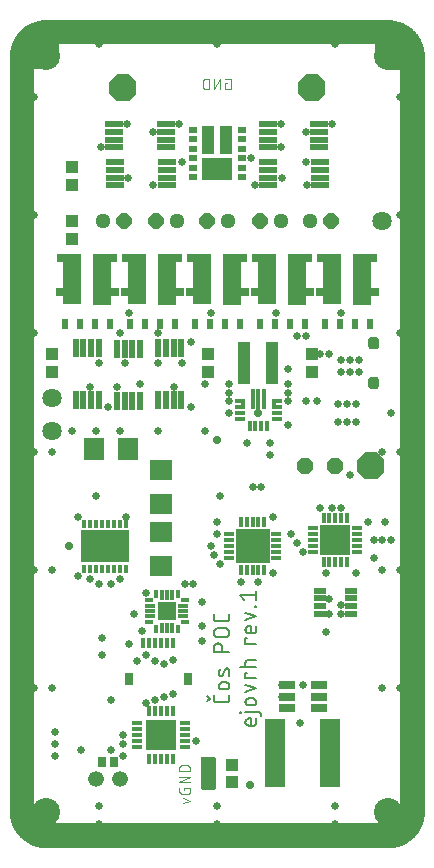
<source format=gbr>
G04 EAGLE Gerber RS-274X export*
G75*
%MOMM*%
%FSLAX35Y35*%
%LPD*%
%INsolder_mask_top*%
%IPPOS*%
%AMOC8*
5,1,8,0,0,1.08239X$1,22.5*%
G01*
%ADD10C,0.152400*%
%ADD11C,2.000000*%
%ADD12C,0.010000*%
%ADD13R,1.750000X2.500000*%
%ADD14R,2.500000X2.000000*%
%ADD15R,1.750000X2.250000*%
%ADD16R,2.500000X1.500000*%
%ADD17C,0.101600*%
%ADD18R,2.627000X2.627000*%
%ADD19R,0.877000X0.427000*%
%ADD20R,0.427000X0.877000*%
%ADD21R,0.727000X0.827000*%
%ADD22R,1.627000X1.627000*%
%ADD23R,0.927000X0.377000*%
%ADD24R,0.377000X0.927000*%
%ADD25R,0.377000X0.677000*%
%ADD26R,0.677000X0.377000*%
%ADD27R,0.427000X0.827000*%
%ADD28R,0.727000X1.127000*%
%ADD29C,1.327000*%
%ADD30R,0.427000X0.927000*%
%ADD31R,0.927000X0.427000*%
%ADD32R,1.727000X5.827000*%
%ADD33P,1.457113X8X202.500000*%
%ADD34R,0.377000X0.727000*%
%ADD35R,4.127000X2.727000*%
%ADD36R,1.727000X1.930000*%
%ADD37R,1.930000X1.727000*%
%ADD38R,1.577000X0.577000*%
%ADD39P,1.402128X8X22.500000*%
%ADD40C,1.295400*%
%ADD41R,1.127000X0.607000*%
%ADD42P,1.402128X8X202.500000*%
%ADD43R,0.377000X2.027000*%
%ADD44R,0.377000X1.677000*%
%ADD45R,1.127000X3.527000*%
%ADD46R,1.127000X1.127000*%
%ADD47P,2.474344X8X22.500000*%
%ADD48R,2.927000X2.927000*%
%ADD49R,0.537000X0.947000*%
%ADD50R,0.737000X0.722000*%
%ADD51R,1.627000X3.757000*%
%ADD52R,2.127000X0.637000*%
%ADD53R,0.777000X0.527000*%
%ADD54R,2.627000X1.907000*%
%ADD55R,1.127000X2.357000*%
%ADD56R,0.577000X1.577000*%
%ADD57R,1.327000X0.727000*%
%ADD58C,2.377000*%
%ADD59C,0.630200*%
%ADD60C,1.627000*%
%ADD61C,0.730200*%
%ADD62C,0.680200*%
%ADD63C,0.584200*%

G36*
X1726248Y487659D02*
X1726248Y487659D01*
X1727499Y487753D01*
X1727808Y487858D01*
X1728131Y487899D01*
X1729298Y488365D01*
X1730487Y488769D01*
X1730759Y488948D01*
X1731062Y489069D01*
X1732075Y489812D01*
X1733125Y490502D01*
X1733344Y490743D01*
X1733606Y490935D01*
X1734400Y491908D01*
X1735245Y492839D01*
X1735397Y493128D01*
X1735602Y493380D01*
X1736127Y494519D01*
X1736712Y495633D01*
X1736758Y495890D01*
X1736923Y496247D01*
X1737483Y499352D01*
X1737453Y499744D01*
X1737499Y500000D01*
X1737499Y750000D01*
X1737341Y751248D01*
X1737247Y752499D01*
X1737142Y752808D01*
X1737101Y753131D01*
X1736635Y754298D01*
X1736231Y755487D01*
X1736052Y755759D01*
X1735931Y756062D01*
X1735188Y757075D01*
X1734498Y758125D01*
X1734257Y758344D01*
X1734065Y758606D01*
X1733092Y759400D01*
X1732161Y760245D01*
X1731872Y760397D01*
X1731620Y760602D01*
X1730481Y761127D01*
X1729367Y761712D01*
X1729110Y761758D01*
X1728753Y761923D01*
X1725648Y762483D01*
X1725256Y762453D01*
X1725000Y762499D01*
X1625000Y762499D01*
X1623753Y762341D01*
X1622501Y762247D01*
X1622193Y762142D01*
X1621869Y762101D01*
X1620702Y761635D01*
X1619513Y761231D01*
X1619241Y761052D01*
X1618938Y760931D01*
X1617925Y760188D01*
X1616875Y759498D01*
X1616656Y759257D01*
X1616394Y759065D01*
X1615600Y758092D01*
X1614755Y757161D01*
X1614603Y756872D01*
X1614398Y756620D01*
X1613873Y755481D01*
X1613288Y754367D01*
X1613242Y754110D01*
X1613078Y753753D01*
X1612518Y750648D01*
X1612518Y750639D01*
X1612518Y750635D01*
X1612546Y750253D01*
X1612501Y750000D01*
X1612501Y500000D01*
X1612659Y498753D01*
X1612753Y497501D01*
X1612858Y497193D01*
X1612899Y496869D01*
X1613365Y495702D01*
X1613769Y494513D01*
X1613948Y494241D01*
X1614069Y493938D01*
X1614812Y492925D01*
X1615502Y491875D01*
X1615743Y491656D01*
X1615935Y491394D01*
X1616908Y490600D01*
X1617839Y489755D01*
X1618128Y489603D01*
X1618380Y489398D01*
X1619519Y488873D01*
X1620633Y488288D01*
X1620890Y488242D01*
X1621247Y488078D01*
X1624352Y487518D01*
X1624744Y487547D01*
X1625000Y487501D01*
X1725000Y487501D01*
X1726248Y487659D01*
G37*
G36*
X3099443Y4216771D02*
X3099443Y4216771D01*
X3099511Y4216823D01*
X3099557Y4216785D01*
X3102917Y4217595D01*
X3102955Y4217640D01*
X3102991Y4217618D01*
X3106181Y4218938D01*
X3106211Y4218990D01*
X3106251Y4218974D01*
X3109191Y4220774D01*
X3109213Y4220829D01*
X3109254Y4220820D01*
X3111884Y4223060D01*
X3111897Y4223119D01*
X3111940Y4223116D01*
X3114180Y4225746D01*
X3114184Y4225805D01*
X3114226Y4225809D01*
X3116026Y4228749D01*
X3116020Y4228808D01*
X3116062Y4228819D01*
X3117382Y4232009D01*
X3117367Y4232066D01*
X3117405Y4232083D01*
X3118215Y4235443D01*
X3118192Y4235498D01*
X3118228Y4235521D01*
X3118498Y4238961D01*
X3118482Y4238987D01*
X3118499Y4239000D01*
X3118499Y4297000D01*
X3118481Y4297024D01*
X3118498Y4297039D01*
X3118228Y4300479D01*
X3118188Y4300524D01*
X3118215Y4300557D01*
X3117405Y4303917D01*
X3117360Y4303955D01*
X3117382Y4303991D01*
X3116062Y4307181D01*
X3116010Y4307211D01*
X3116026Y4307251D01*
X3114226Y4310191D01*
X3114171Y4310213D01*
X3114180Y4310254D01*
X3111940Y4312884D01*
X3111881Y4312897D01*
X3111884Y4312940D01*
X3109254Y4315180D01*
X3109195Y4315184D01*
X3109191Y4315226D01*
X3106251Y4317026D01*
X3106192Y4317020D01*
X3106181Y4317062D01*
X3102991Y4318382D01*
X3102934Y4318367D01*
X3102917Y4318405D01*
X3099557Y4319215D01*
X3099502Y4319192D01*
X3099479Y4319228D01*
X3096039Y4319498D01*
X3096012Y4319480D01*
X3095997Y4319499D01*
X3050557Y4319229D01*
X3050489Y4319178D01*
X3050443Y4319215D01*
X3047083Y4318405D01*
X3047045Y4318360D01*
X3047009Y4318382D01*
X3043819Y4317062D01*
X3043789Y4317010D01*
X3043749Y4317026D01*
X3040809Y4315226D01*
X3040788Y4315171D01*
X3040746Y4315180D01*
X3038116Y4312940D01*
X3038103Y4312881D01*
X3038060Y4312884D01*
X3035820Y4310254D01*
X3035816Y4310195D01*
X3035774Y4310191D01*
X3033974Y4307251D01*
X3033980Y4307192D01*
X3033938Y4307181D01*
X3032618Y4303991D01*
X3032633Y4303934D01*
X3032595Y4303917D01*
X3031785Y4300557D01*
X3031793Y4300539D01*
X3031787Y4300535D01*
X3031804Y4300512D01*
X3031808Y4300502D01*
X3031772Y4300479D01*
X3031502Y4297039D01*
X3031518Y4297013D01*
X3031501Y4297000D01*
X3031501Y4239000D01*
X3031519Y4238976D01*
X3031502Y4238961D01*
X3031772Y4235521D01*
X3031812Y4235476D01*
X3031785Y4235443D01*
X3032595Y4232083D01*
X3032640Y4232045D01*
X3032618Y4232009D01*
X3033938Y4228819D01*
X3033990Y4228789D01*
X3033974Y4228749D01*
X3035774Y4225809D01*
X3035829Y4225788D01*
X3035820Y4225746D01*
X3038060Y4223116D01*
X3038119Y4223103D01*
X3038116Y4223060D01*
X3040746Y4220820D01*
X3040805Y4220816D01*
X3040809Y4220774D01*
X3043749Y4218974D01*
X3043808Y4218980D01*
X3043819Y4218938D01*
X3047009Y4217618D01*
X3047066Y4217633D01*
X3047083Y4217595D01*
X3050443Y4216785D01*
X3050498Y4216808D01*
X3050521Y4216772D01*
X3053961Y4216502D01*
X3053988Y4216520D01*
X3054003Y4216501D01*
X3099443Y4216771D01*
G37*
G36*
X3099443Y3880771D02*
X3099443Y3880771D01*
X3099511Y3880823D01*
X3099557Y3880785D01*
X3102917Y3881595D01*
X3102955Y3881640D01*
X3102991Y3881618D01*
X3106181Y3882938D01*
X3106211Y3882990D01*
X3106251Y3882974D01*
X3109191Y3884774D01*
X3109213Y3884829D01*
X3109254Y3884820D01*
X3111884Y3887060D01*
X3111897Y3887119D01*
X3111940Y3887116D01*
X3114180Y3889746D01*
X3114184Y3889805D01*
X3114226Y3889809D01*
X3116026Y3892749D01*
X3116020Y3892808D01*
X3116062Y3892819D01*
X3117382Y3896009D01*
X3117367Y3896066D01*
X3117405Y3896083D01*
X3118215Y3899443D01*
X3118192Y3899498D01*
X3118228Y3899521D01*
X3118498Y3902961D01*
X3118482Y3902987D01*
X3118499Y3903000D01*
X3118499Y3961000D01*
X3118481Y3961024D01*
X3118498Y3961039D01*
X3118228Y3964479D01*
X3118188Y3964524D01*
X3118215Y3964557D01*
X3117405Y3967917D01*
X3117360Y3967955D01*
X3117382Y3967991D01*
X3116062Y3971181D01*
X3116010Y3971211D01*
X3116026Y3971251D01*
X3114226Y3974191D01*
X3114171Y3974213D01*
X3114180Y3974254D01*
X3111940Y3976884D01*
X3111881Y3976897D01*
X3111884Y3976940D01*
X3109254Y3979180D01*
X3109195Y3979184D01*
X3109191Y3979226D01*
X3106251Y3981026D01*
X3106192Y3981020D01*
X3106181Y3981062D01*
X3102991Y3982382D01*
X3102934Y3982367D01*
X3102917Y3982405D01*
X3099557Y3983215D01*
X3099502Y3983192D01*
X3099479Y3983228D01*
X3096039Y3983498D01*
X3096012Y3983480D01*
X3095997Y3983499D01*
X3050557Y3983229D01*
X3050489Y3983178D01*
X3050443Y3983215D01*
X3047083Y3982405D01*
X3047045Y3982360D01*
X3047009Y3982382D01*
X3043819Y3981062D01*
X3043789Y3981010D01*
X3043749Y3981026D01*
X3040809Y3979226D01*
X3040788Y3979171D01*
X3040746Y3979180D01*
X3038116Y3976940D01*
X3038103Y3976881D01*
X3038060Y3976884D01*
X3035820Y3974254D01*
X3035816Y3974195D01*
X3035774Y3974191D01*
X3033974Y3971251D01*
X3033980Y3971192D01*
X3033938Y3971181D01*
X3032618Y3967991D01*
X3032633Y3967934D01*
X3032595Y3967917D01*
X3031785Y3964557D01*
X3031793Y3964539D01*
X3031787Y3964535D01*
X3031804Y3964512D01*
X3031808Y3964502D01*
X3031772Y3964479D01*
X3031502Y3961039D01*
X3031518Y3961013D01*
X3031501Y3961000D01*
X3031501Y3903000D01*
X3031519Y3902976D01*
X3031502Y3902961D01*
X3031772Y3899521D01*
X3031812Y3899476D01*
X3031785Y3899443D01*
X3032595Y3896083D01*
X3032640Y3896045D01*
X3032618Y3896009D01*
X3033938Y3892819D01*
X3033990Y3892789D01*
X3033974Y3892749D01*
X3035774Y3889809D01*
X3035829Y3889788D01*
X3035820Y3889746D01*
X3038060Y3887116D01*
X3038119Y3887103D01*
X3038116Y3887060D01*
X3040746Y3884820D01*
X3040805Y3884816D01*
X3040809Y3884774D01*
X3043749Y3882974D01*
X3043808Y3882980D01*
X3043819Y3882938D01*
X3047009Y3881618D01*
X3047066Y3881633D01*
X3047083Y3881595D01*
X3050443Y3880785D01*
X3050498Y3880808D01*
X3050521Y3880772D01*
X3053961Y3880502D01*
X3053988Y3880520D01*
X3054003Y3880501D01*
X3099443Y3880771D01*
G37*
D10*
X1854880Y1285697D02*
X1854880Y1255750D01*
X1854871Y1255015D01*
X1854844Y1254281D01*
X1854799Y1253547D01*
X1854736Y1252815D01*
X1854655Y1252084D01*
X1854556Y1251356D01*
X1854439Y1250630D01*
X1854305Y1249908D01*
X1854152Y1249189D01*
X1853983Y1248474D01*
X1853795Y1247763D01*
X1853591Y1247057D01*
X1853369Y1246356D01*
X1853129Y1245661D01*
X1852873Y1244972D01*
X1852600Y1244290D01*
X1852311Y1243614D01*
X1852005Y1242946D01*
X1851682Y1242286D01*
X1851344Y1241633D01*
X1850990Y1240989D01*
X1850619Y1240354D01*
X1850234Y1239729D01*
X1849833Y1239112D01*
X1849417Y1238506D01*
X1848987Y1237911D01*
X1848542Y1237326D01*
X1848082Y1236752D01*
X1847609Y1236190D01*
X1847122Y1235639D01*
X1846622Y1235100D01*
X1846109Y1234574D01*
X1845583Y1234061D01*
X1845044Y1233561D01*
X1844494Y1233074D01*
X1843931Y1232601D01*
X1843357Y1232142D01*
X1842773Y1231696D01*
X1842177Y1231266D01*
X1841571Y1230850D01*
X1840955Y1230449D01*
X1840329Y1230064D01*
X1839694Y1229694D01*
X1839050Y1229339D01*
X1838398Y1229001D01*
X1837737Y1228678D01*
X1837069Y1228372D01*
X1836393Y1228083D01*
X1835711Y1227810D01*
X1835022Y1227554D01*
X1834327Y1227315D01*
X1833626Y1227093D01*
X1832920Y1226888D01*
X1832210Y1226701D01*
X1831495Y1226531D01*
X1830776Y1226378D01*
X1830053Y1226244D01*
X1829327Y1226127D01*
X1828599Y1226028D01*
X1827869Y1225947D01*
X1827136Y1225884D01*
X1826403Y1225839D01*
X1825668Y1225812D01*
X1824933Y1225803D01*
X1824933Y1225804D02*
X1750067Y1225804D01*
X1749332Y1225813D01*
X1748598Y1225840D01*
X1747864Y1225885D01*
X1747132Y1225948D01*
X1746401Y1226029D01*
X1745673Y1226128D01*
X1744947Y1226245D01*
X1744225Y1226379D01*
X1743506Y1226532D01*
X1742791Y1226701D01*
X1742080Y1226889D01*
X1741374Y1227093D01*
X1740673Y1227315D01*
X1739978Y1227555D01*
X1739289Y1227811D01*
X1738607Y1228084D01*
X1737931Y1228373D01*
X1737263Y1228679D01*
X1736603Y1229002D01*
X1735950Y1229340D01*
X1735306Y1229694D01*
X1734671Y1230065D01*
X1734046Y1230450D01*
X1733429Y1230851D01*
X1732823Y1231267D01*
X1732228Y1231697D01*
X1731643Y1232142D01*
X1731069Y1232602D01*
X1730507Y1233075D01*
X1729956Y1233562D01*
X1729417Y1234062D01*
X1728891Y1234575D01*
X1728378Y1235101D01*
X1727878Y1235640D01*
X1727391Y1236190D01*
X1726918Y1236753D01*
X1726459Y1237327D01*
X1726013Y1237911D01*
X1725583Y1238507D01*
X1725167Y1239113D01*
X1724766Y1239729D01*
X1724381Y1240355D01*
X1724011Y1240990D01*
X1723656Y1241634D01*
X1723318Y1242286D01*
X1722995Y1242947D01*
X1722689Y1243615D01*
X1722400Y1244291D01*
X1722127Y1244973D01*
X1721871Y1245662D01*
X1721632Y1246357D01*
X1721410Y1247058D01*
X1721205Y1247764D01*
X1721018Y1248474D01*
X1720848Y1249189D01*
X1720695Y1249908D01*
X1720561Y1250631D01*
X1720444Y1251357D01*
X1720345Y1252085D01*
X1720264Y1252815D01*
X1720201Y1253548D01*
X1720156Y1254281D01*
X1720129Y1255016D01*
X1720120Y1255751D01*
X1720120Y1255750D02*
X1720120Y1285697D01*
X1686430Y1259494D02*
X1663970Y1237034D01*
X1686430Y1259494D02*
X1663970Y1281954D01*
X1794987Y1337235D02*
X1824933Y1337235D01*
X1794987Y1337235D02*
X1794258Y1337244D01*
X1793529Y1337271D01*
X1792801Y1337315D01*
X1792074Y1337377D01*
X1791349Y1337457D01*
X1790627Y1337554D01*
X1789907Y1337669D01*
X1789189Y1337802D01*
X1788476Y1337951D01*
X1787766Y1338119D01*
X1787060Y1338303D01*
X1786359Y1338505D01*
X1785664Y1338723D01*
X1784973Y1338959D01*
X1784289Y1339211D01*
X1783611Y1339480D01*
X1782940Y1339765D01*
X1782276Y1340067D01*
X1781619Y1340384D01*
X1780971Y1340718D01*
X1780330Y1341067D01*
X1779699Y1341431D01*
X1779076Y1341811D01*
X1778463Y1342206D01*
X1777860Y1342616D01*
X1777267Y1343040D01*
X1776684Y1343479D01*
X1776112Y1343932D01*
X1775552Y1344398D01*
X1775003Y1344878D01*
X1774466Y1345372D01*
X1773941Y1345878D01*
X1773428Y1346397D01*
X1772928Y1346928D01*
X1772442Y1347471D01*
X1771968Y1348026D01*
X1771509Y1348592D01*
X1771063Y1349169D01*
X1770631Y1349757D01*
X1770214Y1350355D01*
X1769812Y1350964D01*
X1769424Y1351581D01*
X1769052Y1352208D01*
X1768695Y1352844D01*
X1768354Y1353489D01*
X1768028Y1354142D01*
X1767719Y1354802D01*
X1767425Y1355470D01*
X1767148Y1356144D01*
X1766888Y1356825D01*
X1766644Y1357513D01*
X1766417Y1358206D01*
X1766207Y1358904D01*
X1766014Y1359607D01*
X1765838Y1360315D01*
X1765679Y1361027D01*
X1765538Y1361743D01*
X1765414Y1362461D01*
X1765308Y1363183D01*
X1765220Y1363907D01*
X1765149Y1364632D01*
X1765095Y1365360D01*
X1765060Y1366088D01*
X1765042Y1366817D01*
X1765042Y1367547D01*
X1765060Y1368276D01*
X1765095Y1369004D01*
X1765149Y1369732D01*
X1765220Y1370457D01*
X1765308Y1371181D01*
X1765414Y1371903D01*
X1765538Y1372621D01*
X1765679Y1373337D01*
X1765838Y1374049D01*
X1766014Y1374757D01*
X1766207Y1375460D01*
X1766417Y1376158D01*
X1766644Y1376851D01*
X1766888Y1377539D01*
X1767148Y1378220D01*
X1767425Y1378894D01*
X1767719Y1379562D01*
X1768028Y1380222D01*
X1768354Y1380875D01*
X1768695Y1381520D01*
X1769052Y1382156D01*
X1769424Y1382783D01*
X1769812Y1383400D01*
X1770214Y1384009D01*
X1770631Y1384607D01*
X1771063Y1385195D01*
X1771509Y1385772D01*
X1771968Y1386338D01*
X1772442Y1386893D01*
X1772928Y1387436D01*
X1773428Y1387967D01*
X1773941Y1388486D01*
X1774466Y1388992D01*
X1775003Y1389486D01*
X1775552Y1389966D01*
X1776112Y1390432D01*
X1776684Y1390885D01*
X1777267Y1391324D01*
X1777860Y1391748D01*
X1778463Y1392158D01*
X1779076Y1392553D01*
X1779699Y1392933D01*
X1780330Y1393297D01*
X1780971Y1393646D01*
X1781619Y1393980D01*
X1782276Y1394297D01*
X1782940Y1394599D01*
X1783611Y1394884D01*
X1784289Y1395153D01*
X1784973Y1395405D01*
X1785664Y1395641D01*
X1786359Y1395859D01*
X1787060Y1396061D01*
X1787766Y1396245D01*
X1788476Y1396413D01*
X1789189Y1396562D01*
X1789907Y1396695D01*
X1790627Y1396810D01*
X1791349Y1396907D01*
X1792074Y1396987D01*
X1792801Y1397049D01*
X1793529Y1397093D01*
X1794258Y1397120D01*
X1794987Y1397129D01*
X1794987Y1397128D02*
X1824933Y1397128D01*
X1824933Y1397129D02*
X1825662Y1397120D01*
X1826391Y1397093D01*
X1827119Y1397049D01*
X1827846Y1396987D01*
X1828571Y1396907D01*
X1829293Y1396810D01*
X1830013Y1396695D01*
X1830731Y1396562D01*
X1831444Y1396413D01*
X1832154Y1396245D01*
X1832860Y1396061D01*
X1833561Y1395859D01*
X1834256Y1395641D01*
X1834947Y1395405D01*
X1835631Y1395153D01*
X1836309Y1394884D01*
X1836980Y1394599D01*
X1837644Y1394297D01*
X1838301Y1393980D01*
X1838949Y1393646D01*
X1839590Y1393297D01*
X1840221Y1392933D01*
X1840844Y1392553D01*
X1841457Y1392158D01*
X1842060Y1391748D01*
X1842653Y1391324D01*
X1843236Y1390885D01*
X1843808Y1390432D01*
X1844368Y1389966D01*
X1844917Y1389486D01*
X1845454Y1388992D01*
X1845979Y1388486D01*
X1846492Y1387967D01*
X1846992Y1387436D01*
X1847478Y1386893D01*
X1847952Y1386338D01*
X1848411Y1385772D01*
X1848857Y1385195D01*
X1849289Y1384607D01*
X1849706Y1384009D01*
X1850108Y1383400D01*
X1850496Y1382783D01*
X1850868Y1382156D01*
X1851225Y1381520D01*
X1851566Y1380875D01*
X1851892Y1380222D01*
X1852201Y1379562D01*
X1852495Y1378894D01*
X1852772Y1378220D01*
X1853032Y1377539D01*
X1853276Y1376851D01*
X1853503Y1376158D01*
X1853713Y1375460D01*
X1853906Y1374757D01*
X1854082Y1374049D01*
X1854241Y1373337D01*
X1854382Y1372621D01*
X1854506Y1371903D01*
X1854612Y1371181D01*
X1854700Y1370457D01*
X1854771Y1369732D01*
X1854825Y1369004D01*
X1854860Y1368276D01*
X1854878Y1367547D01*
X1854878Y1366817D01*
X1854860Y1366088D01*
X1854825Y1365360D01*
X1854771Y1364632D01*
X1854700Y1363907D01*
X1854612Y1363183D01*
X1854506Y1362461D01*
X1854382Y1361743D01*
X1854241Y1361027D01*
X1854082Y1360315D01*
X1853906Y1359607D01*
X1853713Y1358904D01*
X1853503Y1358206D01*
X1853276Y1357513D01*
X1853032Y1356825D01*
X1852772Y1356144D01*
X1852495Y1355470D01*
X1852201Y1354802D01*
X1851892Y1354142D01*
X1851566Y1353489D01*
X1851225Y1352844D01*
X1850868Y1352209D01*
X1850496Y1351581D01*
X1850108Y1350964D01*
X1849706Y1350355D01*
X1849289Y1349757D01*
X1848857Y1349169D01*
X1848411Y1348592D01*
X1847952Y1348026D01*
X1847478Y1347471D01*
X1846992Y1346928D01*
X1846492Y1346397D01*
X1845979Y1345878D01*
X1845454Y1345372D01*
X1844917Y1344878D01*
X1844368Y1344398D01*
X1843808Y1343932D01*
X1843236Y1343479D01*
X1842653Y1343040D01*
X1842060Y1342616D01*
X1841457Y1342206D01*
X1840844Y1341811D01*
X1840221Y1341431D01*
X1839590Y1341067D01*
X1838949Y1340718D01*
X1838301Y1340384D01*
X1837644Y1340067D01*
X1836980Y1339765D01*
X1836309Y1339480D01*
X1835631Y1339211D01*
X1834947Y1338959D01*
X1834256Y1338723D01*
X1833561Y1338505D01*
X1832860Y1338303D01*
X1832154Y1338119D01*
X1831444Y1337951D01*
X1830731Y1337802D01*
X1830013Y1337669D01*
X1829293Y1337554D01*
X1828571Y1337457D01*
X1827846Y1337377D01*
X1827119Y1337315D01*
X1826391Y1337271D01*
X1825662Y1337244D01*
X1824933Y1337235D01*
X1802473Y1465465D02*
X1817447Y1502898D01*
X1802474Y1465465D02*
X1802293Y1465028D01*
X1802101Y1464596D01*
X1801900Y1464169D01*
X1801687Y1463746D01*
X1801465Y1463329D01*
X1801232Y1462918D01*
X1800990Y1462512D01*
X1800738Y1462113D01*
X1800476Y1461719D01*
X1800204Y1461333D01*
X1799924Y1460952D01*
X1799634Y1460579D01*
X1799335Y1460213D01*
X1799027Y1459855D01*
X1798711Y1459503D01*
X1798386Y1459160D01*
X1798053Y1458825D01*
X1797711Y1458498D01*
X1797362Y1458179D01*
X1797006Y1457869D01*
X1796642Y1457568D01*
X1796270Y1457276D01*
X1795892Y1456993D01*
X1795507Y1456719D01*
X1795115Y1456454D01*
X1794717Y1456199D01*
X1794313Y1455954D01*
X1793903Y1455719D01*
X1793488Y1455494D01*
X1793067Y1455279D01*
X1792641Y1455075D01*
X1792210Y1454880D01*
X1791774Y1454697D01*
X1791335Y1454524D01*
X1790891Y1454362D01*
X1790443Y1454210D01*
X1789992Y1454070D01*
X1789537Y1453940D01*
X1789080Y1453822D01*
X1788619Y1453715D01*
X1788157Y1453619D01*
X1787692Y1453535D01*
X1787225Y1453461D01*
X1786756Y1453399D01*
X1786286Y1453349D01*
X1785816Y1453310D01*
X1785344Y1453283D01*
X1784871Y1453267D01*
X1784399Y1453262D01*
X1783926Y1453269D01*
X1783454Y1453288D01*
X1782982Y1453318D01*
X1782512Y1453359D01*
X1782042Y1453412D01*
X1781574Y1453476D01*
X1781107Y1453552D01*
X1780643Y1453639D01*
X1780181Y1453737D01*
X1779721Y1453847D01*
X1779264Y1453968D01*
X1778810Y1454099D01*
X1778360Y1454242D01*
X1777913Y1454396D01*
X1777470Y1454560D01*
X1777031Y1454736D01*
X1776597Y1454922D01*
X1776167Y1455118D01*
X1775742Y1455325D01*
X1775322Y1455542D01*
X1774908Y1455769D01*
X1774499Y1456007D01*
X1774096Y1456254D01*
X1773700Y1456511D01*
X1773309Y1456777D01*
X1772926Y1457053D01*
X1772549Y1457338D01*
X1772179Y1457632D01*
X1771816Y1457936D01*
X1771461Y1458248D01*
X1771114Y1458568D01*
X1770775Y1458897D01*
X1770443Y1459234D01*
X1770120Y1459579D01*
X1769806Y1459931D01*
X1769500Y1460292D01*
X1769203Y1460659D01*
X1768915Y1461034D01*
X1768636Y1461416D01*
X1768367Y1461804D01*
X1768107Y1462199D01*
X1767857Y1462600D01*
X1767616Y1463007D01*
X1767386Y1463419D01*
X1767166Y1463837D01*
X1766956Y1464261D01*
X1766756Y1464689D01*
X1766567Y1465122D01*
X1766389Y1465560D01*
X1766221Y1466002D01*
X1766064Y1466447D01*
X1765918Y1466897D01*
X1765783Y1467350D01*
X1765658Y1467806D01*
X1765545Y1468264D01*
X1765444Y1468726D01*
X1765353Y1469190D01*
X1765274Y1469656D01*
X1765206Y1470123D01*
X1765150Y1470593D01*
X1765105Y1471063D01*
X1765071Y1471534D01*
X1765049Y1472006D01*
X1765039Y1472479D01*
X1765040Y1472952D01*
X1765093Y1474996D01*
X1765196Y1477038D01*
X1765348Y1479076D01*
X1765549Y1481111D01*
X1765799Y1483139D01*
X1766098Y1485162D01*
X1766445Y1487176D01*
X1766840Y1489182D01*
X1767283Y1491178D01*
X1767775Y1493162D01*
X1768314Y1495134D01*
X1768900Y1497092D01*
X1769533Y1499036D01*
X1770212Y1500964D01*
X1770938Y1502875D01*
X1771710Y1504768D01*
X1772527Y1506642D01*
X1817446Y1502898D02*
X1817627Y1503335D01*
X1817819Y1503767D01*
X1818021Y1504194D01*
X1818233Y1504617D01*
X1818455Y1505034D01*
X1818688Y1505445D01*
X1818930Y1505851D01*
X1819182Y1506250D01*
X1819444Y1506644D01*
X1819716Y1507031D01*
X1819997Y1507411D01*
X1820286Y1507784D01*
X1820585Y1508150D01*
X1820893Y1508509D01*
X1821210Y1508860D01*
X1821534Y1509203D01*
X1821867Y1509538D01*
X1822209Y1509865D01*
X1822558Y1510184D01*
X1822914Y1510494D01*
X1823278Y1510795D01*
X1823650Y1511087D01*
X1824028Y1511370D01*
X1824413Y1511644D01*
X1824805Y1511909D01*
X1825203Y1512164D01*
X1825607Y1512409D01*
X1826017Y1512644D01*
X1826432Y1512869D01*
X1826853Y1513084D01*
X1827279Y1513288D01*
X1827710Y1513483D01*
X1828146Y1513666D01*
X1828585Y1513839D01*
X1829029Y1514001D01*
X1829477Y1514153D01*
X1829928Y1514293D01*
X1830383Y1514423D01*
X1830840Y1514541D01*
X1831300Y1514648D01*
X1831763Y1514744D01*
X1832228Y1514828D01*
X1832695Y1514902D01*
X1833164Y1514963D01*
X1833633Y1515014D01*
X1834104Y1515053D01*
X1834576Y1515080D01*
X1835049Y1515096D01*
X1835521Y1515101D01*
X1835994Y1515094D01*
X1836466Y1515075D01*
X1836937Y1515045D01*
X1837408Y1515004D01*
X1837878Y1514951D01*
X1838346Y1514887D01*
X1838812Y1514811D01*
X1839277Y1514724D01*
X1839739Y1514626D01*
X1840199Y1514516D01*
X1840656Y1514395D01*
X1841110Y1514264D01*
X1841560Y1514121D01*
X1842007Y1513967D01*
X1842450Y1513803D01*
X1842889Y1513627D01*
X1843323Y1513441D01*
X1843753Y1513245D01*
X1844178Y1513038D01*
X1844598Y1512821D01*
X1845012Y1512594D01*
X1845421Y1512357D01*
X1845824Y1512109D01*
X1846220Y1511852D01*
X1846611Y1511586D01*
X1846994Y1511310D01*
X1847371Y1511025D01*
X1847741Y1510731D01*
X1848103Y1510427D01*
X1848458Y1510116D01*
X1848806Y1509795D01*
X1849145Y1509466D01*
X1849477Y1509129D01*
X1849800Y1508784D01*
X1850114Y1508432D01*
X1850420Y1508071D01*
X1850717Y1507704D01*
X1851005Y1507329D01*
X1851284Y1506947D01*
X1851553Y1506559D01*
X1851813Y1506164D01*
X1852063Y1505764D01*
X1852303Y1505357D01*
X1852534Y1504944D01*
X1852754Y1504526D01*
X1852964Y1504102D01*
X1853164Y1503674D01*
X1853353Y1503241D01*
X1853531Y1502804D01*
X1853699Y1502362D01*
X1853856Y1501916D01*
X1854002Y1501467D01*
X1854137Y1501014D01*
X1854262Y1500558D01*
X1854374Y1500099D01*
X1854476Y1499637D01*
X1854567Y1499174D01*
X1854646Y1498708D01*
X1854714Y1498240D01*
X1854770Y1497771D01*
X1854815Y1497300D01*
X1854849Y1496829D01*
X1854871Y1496357D01*
X1854881Y1495884D01*
X1854880Y1495412D01*
X1854802Y1492410D01*
X1854652Y1489410D01*
X1854432Y1486416D01*
X1854141Y1483427D01*
X1853779Y1480445D01*
X1853347Y1477474D01*
X1852845Y1474513D01*
X1852273Y1471565D01*
X1851631Y1468631D01*
X1850920Y1465713D01*
X1850141Y1462813D01*
X1849293Y1459932D01*
X1848377Y1457072D01*
X1847393Y1454235D01*
X1854880Y1651518D02*
X1720120Y1651518D01*
X1720120Y1688952D01*
X1720131Y1689864D01*
X1720164Y1690775D01*
X1720220Y1691684D01*
X1720297Y1692593D01*
X1720397Y1693499D01*
X1720519Y1694402D01*
X1720663Y1695302D01*
X1720828Y1696199D01*
X1721016Y1697091D01*
X1721225Y1697978D01*
X1721455Y1698860D01*
X1721707Y1699736D01*
X1721980Y1700606D01*
X1722275Y1701469D01*
X1722590Y1702324D01*
X1722926Y1703172D01*
X1723283Y1704011D01*
X1723659Y1704841D01*
X1724056Y1705661D01*
X1724473Y1706472D01*
X1724910Y1707272D01*
X1725365Y1708062D01*
X1725840Y1708840D01*
X1726334Y1709606D01*
X1726846Y1710360D01*
X1727377Y1711102D01*
X1727925Y1711830D01*
X1728491Y1712545D01*
X1729074Y1713245D01*
X1729674Y1713932D01*
X1730290Y1714603D01*
X1730923Y1715259D01*
X1731572Y1715900D01*
X1732236Y1716525D01*
X1732915Y1717133D01*
X1733608Y1717725D01*
X1734316Y1718299D01*
X1735037Y1718856D01*
X1735772Y1719396D01*
X1736520Y1719917D01*
X1737280Y1720420D01*
X1738053Y1720905D01*
X1738837Y1721370D01*
X1739631Y1721816D01*
X1740437Y1722243D01*
X1741253Y1722650D01*
X1742078Y1723037D01*
X1742913Y1723403D01*
X1743756Y1723750D01*
X1744607Y1724075D01*
X1745467Y1724380D01*
X1746333Y1724664D01*
X1747206Y1724927D01*
X1748085Y1725168D01*
X1748970Y1725388D01*
X1749859Y1725586D01*
X1750754Y1725762D01*
X1751652Y1725917D01*
X1752554Y1726050D01*
X1753459Y1726160D01*
X1754366Y1726249D01*
X1755275Y1726316D01*
X1756186Y1726360D01*
X1757097Y1726382D01*
X1758009Y1726382D01*
X1758920Y1726360D01*
X1759831Y1726316D01*
X1760740Y1726249D01*
X1761647Y1726160D01*
X1762552Y1726050D01*
X1763454Y1725917D01*
X1764352Y1725762D01*
X1765247Y1725586D01*
X1766136Y1725388D01*
X1767021Y1725168D01*
X1767900Y1724927D01*
X1768773Y1724664D01*
X1769639Y1724380D01*
X1770499Y1724075D01*
X1771350Y1723750D01*
X1772193Y1723403D01*
X1773028Y1723037D01*
X1773853Y1722650D01*
X1774669Y1722243D01*
X1775475Y1721816D01*
X1776270Y1721370D01*
X1777053Y1720905D01*
X1777826Y1720420D01*
X1778586Y1719917D01*
X1779334Y1719396D01*
X1780069Y1718856D01*
X1780790Y1718299D01*
X1781498Y1717725D01*
X1782191Y1717133D01*
X1782870Y1716525D01*
X1783534Y1715900D01*
X1784183Y1715259D01*
X1784816Y1714603D01*
X1785432Y1713932D01*
X1786032Y1713245D01*
X1786615Y1712545D01*
X1787181Y1711830D01*
X1787729Y1711102D01*
X1788260Y1710360D01*
X1788772Y1709606D01*
X1789266Y1708840D01*
X1789741Y1708062D01*
X1790196Y1707272D01*
X1790633Y1706472D01*
X1791050Y1705661D01*
X1791447Y1704841D01*
X1791823Y1704011D01*
X1792180Y1703172D01*
X1792516Y1702324D01*
X1792831Y1701469D01*
X1793126Y1700606D01*
X1793399Y1699736D01*
X1793651Y1698860D01*
X1793881Y1697978D01*
X1794090Y1697091D01*
X1794278Y1696199D01*
X1794443Y1695302D01*
X1794587Y1694402D01*
X1794709Y1693499D01*
X1794809Y1692593D01*
X1794886Y1691684D01*
X1794942Y1690775D01*
X1794975Y1689864D01*
X1794986Y1688952D01*
X1794987Y1688952D02*
X1794987Y1651518D01*
X1817447Y1779748D02*
X1757553Y1779748D01*
X1756641Y1779759D01*
X1755730Y1779792D01*
X1754821Y1779848D01*
X1753912Y1779925D01*
X1753006Y1780025D01*
X1752103Y1780147D01*
X1751203Y1780291D01*
X1750306Y1780456D01*
X1749414Y1780644D01*
X1748527Y1780853D01*
X1747645Y1781083D01*
X1746769Y1781335D01*
X1745899Y1781608D01*
X1745036Y1781903D01*
X1744181Y1782218D01*
X1743333Y1782554D01*
X1742494Y1782911D01*
X1741664Y1783287D01*
X1740844Y1783684D01*
X1740033Y1784101D01*
X1739233Y1784538D01*
X1738443Y1784993D01*
X1737665Y1785468D01*
X1736899Y1785962D01*
X1736145Y1786474D01*
X1735403Y1787005D01*
X1734675Y1787553D01*
X1733960Y1788119D01*
X1733260Y1788702D01*
X1732573Y1789302D01*
X1731902Y1789918D01*
X1731246Y1790551D01*
X1730605Y1791200D01*
X1729980Y1791864D01*
X1729372Y1792543D01*
X1728780Y1793236D01*
X1728206Y1793944D01*
X1727649Y1794665D01*
X1727109Y1795400D01*
X1726588Y1796148D01*
X1726085Y1796908D01*
X1725600Y1797681D01*
X1725135Y1798464D01*
X1724689Y1799259D01*
X1724262Y1800065D01*
X1723855Y1800881D01*
X1723468Y1801706D01*
X1723102Y1802541D01*
X1722755Y1803384D01*
X1722430Y1804235D01*
X1722125Y1805095D01*
X1721841Y1805961D01*
X1721578Y1806834D01*
X1721337Y1807713D01*
X1721117Y1808598D01*
X1720919Y1809487D01*
X1720743Y1810382D01*
X1720588Y1811280D01*
X1720455Y1812182D01*
X1720345Y1813087D01*
X1720256Y1813994D01*
X1720189Y1814903D01*
X1720145Y1815814D01*
X1720123Y1816725D01*
X1720123Y1817637D01*
X1720145Y1818548D01*
X1720189Y1819459D01*
X1720256Y1820368D01*
X1720345Y1821275D01*
X1720455Y1822180D01*
X1720588Y1823082D01*
X1720743Y1823980D01*
X1720919Y1824875D01*
X1721117Y1825764D01*
X1721337Y1826649D01*
X1721578Y1827528D01*
X1721841Y1828401D01*
X1722125Y1829267D01*
X1722430Y1830127D01*
X1722755Y1830978D01*
X1723102Y1831821D01*
X1723468Y1832656D01*
X1723855Y1833481D01*
X1724262Y1834297D01*
X1724689Y1835103D01*
X1725135Y1835898D01*
X1725600Y1836681D01*
X1726085Y1837454D01*
X1726588Y1838214D01*
X1727109Y1838962D01*
X1727649Y1839697D01*
X1728206Y1840418D01*
X1728780Y1841126D01*
X1729372Y1841819D01*
X1729980Y1842498D01*
X1730605Y1843162D01*
X1731246Y1843811D01*
X1731902Y1844444D01*
X1732573Y1845060D01*
X1733260Y1845660D01*
X1733960Y1846243D01*
X1734675Y1846809D01*
X1735403Y1847357D01*
X1736145Y1847888D01*
X1736899Y1848400D01*
X1737665Y1848894D01*
X1738443Y1849369D01*
X1739233Y1849824D01*
X1740033Y1850261D01*
X1740844Y1850678D01*
X1741664Y1851075D01*
X1742494Y1851451D01*
X1743333Y1851808D01*
X1744181Y1852144D01*
X1745036Y1852459D01*
X1745899Y1852754D01*
X1746769Y1853027D01*
X1747645Y1853279D01*
X1748527Y1853509D01*
X1749414Y1853718D01*
X1750306Y1853906D01*
X1751203Y1854071D01*
X1752103Y1854215D01*
X1753006Y1854337D01*
X1753912Y1854437D01*
X1754821Y1854514D01*
X1755730Y1854570D01*
X1756641Y1854603D01*
X1757553Y1854614D01*
X1757553Y1854615D02*
X1817447Y1854615D01*
X1817447Y1854614D02*
X1818359Y1854603D01*
X1819270Y1854570D01*
X1820179Y1854514D01*
X1821088Y1854437D01*
X1821994Y1854337D01*
X1822897Y1854215D01*
X1823797Y1854071D01*
X1824694Y1853906D01*
X1825586Y1853718D01*
X1826473Y1853509D01*
X1827355Y1853279D01*
X1828231Y1853027D01*
X1829101Y1852754D01*
X1829964Y1852459D01*
X1830819Y1852144D01*
X1831667Y1851808D01*
X1832506Y1851451D01*
X1833336Y1851075D01*
X1834156Y1850678D01*
X1834967Y1850261D01*
X1835767Y1849824D01*
X1836557Y1849369D01*
X1837335Y1848894D01*
X1838101Y1848400D01*
X1838855Y1847888D01*
X1839597Y1847357D01*
X1840325Y1846809D01*
X1841040Y1846243D01*
X1841740Y1845660D01*
X1842427Y1845060D01*
X1843098Y1844444D01*
X1843754Y1843811D01*
X1844395Y1843162D01*
X1845020Y1842498D01*
X1845628Y1841819D01*
X1846220Y1841126D01*
X1846794Y1840418D01*
X1847351Y1839697D01*
X1847891Y1838962D01*
X1848412Y1838214D01*
X1848915Y1837454D01*
X1849400Y1836681D01*
X1849865Y1835898D01*
X1850311Y1835103D01*
X1850738Y1834297D01*
X1851145Y1833481D01*
X1851532Y1832656D01*
X1851898Y1831821D01*
X1852245Y1830978D01*
X1852570Y1830127D01*
X1852875Y1829267D01*
X1853159Y1828401D01*
X1853422Y1827528D01*
X1853663Y1826649D01*
X1853883Y1825764D01*
X1854081Y1824875D01*
X1854257Y1823980D01*
X1854412Y1823082D01*
X1854545Y1822180D01*
X1854655Y1821275D01*
X1854744Y1820368D01*
X1854811Y1819459D01*
X1854855Y1818548D01*
X1854877Y1817637D01*
X1854877Y1816725D01*
X1854855Y1815814D01*
X1854811Y1814903D01*
X1854744Y1813994D01*
X1854655Y1813087D01*
X1854545Y1812182D01*
X1854412Y1811280D01*
X1854257Y1810382D01*
X1854081Y1809487D01*
X1853883Y1808598D01*
X1853663Y1807713D01*
X1853422Y1806834D01*
X1853159Y1805961D01*
X1852875Y1805095D01*
X1852570Y1804235D01*
X1852245Y1803384D01*
X1851898Y1802541D01*
X1851532Y1801706D01*
X1851145Y1800881D01*
X1850738Y1800065D01*
X1850311Y1799259D01*
X1849865Y1798465D01*
X1849400Y1797681D01*
X1848915Y1796908D01*
X1848412Y1796148D01*
X1847891Y1795400D01*
X1847351Y1794665D01*
X1846794Y1793944D01*
X1846220Y1793236D01*
X1845628Y1792543D01*
X1845020Y1791864D01*
X1844395Y1791200D01*
X1843754Y1790551D01*
X1843098Y1789918D01*
X1842427Y1789302D01*
X1841740Y1788702D01*
X1841040Y1788119D01*
X1840325Y1787553D01*
X1839597Y1787005D01*
X1838855Y1786474D01*
X1838101Y1785962D01*
X1837335Y1785468D01*
X1836557Y1784993D01*
X1835767Y1784538D01*
X1834967Y1784101D01*
X1834156Y1783684D01*
X1833336Y1783287D01*
X1832506Y1782911D01*
X1831667Y1782554D01*
X1830819Y1782218D01*
X1829964Y1781903D01*
X1829101Y1781608D01*
X1828231Y1781335D01*
X1827355Y1781083D01*
X1826473Y1780853D01*
X1825586Y1780644D01*
X1824694Y1780456D01*
X1823797Y1780291D01*
X1822897Y1780147D01*
X1821994Y1780025D01*
X1821088Y1779925D01*
X1820179Y1779848D01*
X1819270Y1779792D01*
X1818359Y1779759D01*
X1817447Y1779748D01*
X1854880Y1944249D02*
X1854880Y1974196D01*
X1854880Y1944249D02*
X1854871Y1943514D01*
X1854844Y1942780D01*
X1854799Y1942046D01*
X1854736Y1941314D01*
X1854655Y1940583D01*
X1854556Y1939855D01*
X1854439Y1939129D01*
X1854305Y1938407D01*
X1854152Y1937688D01*
X1853983Y1936973D01*
X1853795Y1936262D01*
X1853591Y1935556D01*
X1853369Y1934855D01*
X1853129Y1934160D01*
X1852873Y1933471D01*
X1852600Y1932789D01*
X1852311Y1932113D01*
X1852005Y1931445D01*
X1851682Y1930785D01*
X1851344Y1930132D01*
X1850990Y1929488D01*
X1850619Y1928853D01*
X1850234Y1928228D01*
X1849833Y1927611D01*
X1849417Y1927005D01*
X1848987Y1926410D01*
X1848542Y1925825D01*
X1848082Y1925251D01*
X1847609Y1924689D01*
X1847122Y1924138D01*
X1846622Y1923599D01*
X1846109Y1923073D01*
X1845583Y1922560D01*
X1845044Y1922060D01*
X1844494Y1921573D01*
X1843931Y1921100D01*
X1843357Y1920641D01*
X1842773Y1920195D01*
X1842177Y1919765D01*
X1841571Y1919349D01*
X1840955Y1918948D01*
X1840329Y1918563D01*
X1839694Y1918193D01*
X1839050Y1917838D01*
X1838398Y1917500D01*
X1837737Y1917177D01*
X1837069Y1916871D01*
X1836393Y1916582D01*
X1835711Y1916309D01*
X1835022Y1916053D01*
X1834327Y1915814D01*
X1833626Y1915592D01*
X1832920Y1915387D01*
X1832210Y1915200D01*
X1831495Y1915030D01*
X1830776Y1914877D01*
X1830053Y1914743D01*
X1829327Y1914626D01*
X1828599Y1914527D01*
X1827869Y1914446D01*
X1827136Y1914383D01*
X1826403Y1914338D01*
X1825668Y1914311D01*
X1824933Y1914302D01*
X1824933Y1914303D02*
X1750067Y1914303D01*
X1749332Y1914312D01*
X1748598Y1914339D01*
X1747864Y1914384D01*
X1747132Y1914447D01*
X1746401Y1914528D01*
X1745673Y1914627D01*
X1744947Y1914744D01*
X1744225Y1914878D01*
X1743506Y1915031D01*
X1742791Y1915200D01*
X1742080Y1915388D01*
X1741374Y1915592D01*
X1740673Y1915814D01*
X1739978Y1916054D01*
X1739289Y1916310D01*
X1738607Y1916583D01*
X1737931Y1916872D01*
X1737263Y1917178D01*
X1736603Y1917501D01*
X1735950Y1917839D01*
X1735306Y1918193D01*
X1734671Y1918564D01*
X1734046Y1918949D01*
X1733429Y1919350D01*
X1732823Y1919766D01*
X1732228Y1920196D01*
X1731643Y1920641D01*
X1731069Y1921101D01*
X1730507Y1921574D01*
X1729956Y1922061D01*
X1729417Y1922561D01*
X1728891Y1923074D01*
X1728378Y1923600D01*
X1727878Y1924139D01*
X1727391Y1924689D01*
X1726918Y1925252D01*
X1726459Y1925826D01*
X1726013Y1926410D01*
X1725583Y1927006D01*
X1725167Y1927612D01*
X1724766Y1928228D01*
X1724381Y1928854D01*
X1724011Y1929489D01*
X1723656Y1930133D01*
X1723318Y1930785D01*
X1722995Y1931446D01*
X1722689Y1932114D01*
X1722400Y1932790D01*
X1722127Y1933472D01*
X1721871Y1934161D01*
X1721632Y1934856D01*
X1721410Y1935557D01*
X1721205Y1936263D01*
X1721018Y1936973D01*
X1720848Y1937688D01*
X1720695Y1938407D01*
X1720561Y1939130D01*
X1720444Y1939856D01*
X1720345Y1940584D01*
X1720264Y1941314D01*
X1720201Y1942047D01*
X1720156Y1942780D01*
X1720129Y1943515D01*
X1720120Y1944250D01*
X1720120Y1944249D02*
X1720120Y1974196D01*
X2079880Y1090704D02*
X2079880Y1053271D01*
X2079873Y1052728D01*
X2079854Y1052186D01*
X2079821Y1051644D01*
X2079775Y1051103D01*
X2079716Y1050564D01*
X2079644Y1050026D01*
X2079559Y1049490D01*
X2079462Y1048956D01*
X2079351Y1048424D01*
X2079227Y1047896D01*
X2079091Y1047371D01*
X2078942Y1046849D01*
X2078781Y1046330D01*
X2078607Y1045816D01*
X2078420Y1045307D01*
X2078222Y1044801D01*
X2078011Y1044301D01*
X2077788Y1043806D01*
X2077554Y1043317D01*
X2077307Y1042833D01*
X2077049Y1042356D01*
X2076780Y1041885D01*
X2076499Y1041420D01*
X2076207Y1040963D01*
X2075904Y1040512D01*
X2075591Y1040069D01*
X2075266Y1039634D01*
X2074931Y1039207D01*
X2074587Y1038788D01*
X2074232Y1038377D01*
X2073867Y1037975D01*
X2073492Y1037582D01*
X2073109Y1037199D01*
X2072716Y1036824D01*
X2072314Y1036459D01*
X2071903Y1036104D01*
X2071484Y1035760D01*
X2071057Y1035425D01*
X2070622Y1035100D01*
X2070179Y1034787D01*
X2069728Y1034484D01*
X2069271Y1034192D01*
X2068806Y1033911D01*
X2068335Y1033642D01*
X2067858Y1033384D01*
X2067374Y1033137D01*
X2066885Y1032903D01*
X2066390Y1032680D01*
X2065890Y1032469D01*
X2065384Y1032271D01*
X2064875Y1032084D01*
X2064361Y1031910D01*
X2063842Y1031749D01*
X2063320Y1031600D01*
X2062795Y1031464D01*
X2062267Y1031340D01*
X2061735Y1031229D01*
X2061201Y1031132D01*
X2060665Y1031047D01*
X2060127Y1030975D01*
X2059588Y1030916D01*
X2059047Y1030870D01*
X2058505Y1030837D01*
X2057963Y1030818D01*
X2057420Y1030811D01*
X2019987Y1030811D01*
X2019987Y1030810D02*
X2019258Y1030819D01*
X2018529Y1030846D01*
X2017801Y1030890D01*
X2017074Y1030952D01*
X2016349Y1031032D01*
X2015627Y1031129D01*
X2014907Y1031244D01*
X2014189Y1031377D01*
X2013476Y1031526D01*
X2012766Y1031694D01*
X2012060Y1031878D01*
X2011359Y1032080D01*
X2010664Y1032298D01*
X2009973Y1032534D01*
X2009289Y1032786D01*
X2008611Y1033055D01*
X2007940Y1033340D01*
X2007276Y1033642D01*
X2006619Y1033959D01*
X2005971Y1034293D01*
X2005330Y1034642D01*
X2004699Y1035006D01*
X2004076Y1035386D01*
X2003463Y1035781D01*
X2002860Y1036191D01*
X2002267Y1036615D01*
X2001684Y1037054D01*
X2001112Y1037507D01*
X2000552Y1037973D01*
X2000003Y1038453D01*
X1999466Y1038947D01*
X1998941Y1039453D01*
X1998428Y1039972D01*
X1997928Y1040503D01*
X1997442Y1041046D01*
X1996968Y1041601D01*
X1996509Y1042167D01*
X1996063Y1042744D01*
X1995631Y1043332D01*
X1995214Y1043930D01*
X1994812Y1044539D01*
X1994424Y1045156D01*
X1994052Y1045783D01*
X1993695Y1046419D01*
X1993354Y1047064D01*
X1993028Y1047717D01*
X1992719Y1048377D01*
X1992425Y1049045D01*
X1992148Y1049719D01*
X1991888Y1050400D01*
X1991644Y1051088D01*
X1991417Y1051781D01*
X1991207Y1052479D01*
X1991014Y1053182D01*
X1990838Y1053890D01*
X1990679Y1054602D01*
X1990538Y1055318D01*
X1990414Y1056036D01*
X1990308Y1056758D01*
X1990220Y1057482D01*
X1990149Y1058207D01*
X1990095Y1058935D01*
X1990060Y1059663D01*
X1990042Y1060392D01*
X1990042Y1061122D01*
X1990060Y1061851D01*
X1990095Y1062579D01*
X1990149Y1063307D01*
X1990220Y1064032D01*
X1990308Y1064756D01*
X1990414Y1065478D01*
X1990538Y1066196D01*
X1990679Y1066912D01*
X1990838Y1067624D01*
X1991014Y1068332D01*
X1991207Y1069035D01*
X1991417Y1069733D01*
X1991644Y1070426D01*
X1991888Y1071114D01*
X1992148Y1071795D01*
X1992425Y1072469D01*
X1992719Y1073137D01*
X1993028Y1073797D01*
X1993354Y1074450D01*
X1993695Y1075095D01*
X1994052Y1075731D01*
X1994424Y1076358D01*
X1994812Y1076975D01*
X1995214Y1077584D01*
X1995631Y1078182D01*
X1996063Y1078770D01*
X1996509Y1079347D01*
X1996968Y1079913D01*
X1997442Y1080468D01*
X1997928Y1081011D01*
X1998428Y1081542D01*
X1998941Y1082061D01*
X1999466Y1082567D01*
X2000003Y1083061D01*
X2000552Y1083541D01*
X2001112Y1084007D01*
X2001684Y1084460D01*
X2002267Y1084899D01*
X2002860Y1085323D01*
X2003463Y1085733D01*
X2004076Y1086128D01*
X2004699Y1086508D01*
X2005330Y1086872D01*
X2005971Y1087221D01*
X2006619Y1087555D01*
X2007276Y1087872D01*
X2007940Y1088174D01*
X2008611Y1088459D01*
X2009289Y1088728D01*
X2009973Y1088980D01*
X2010664Y1089216D01*
X2011359Y1089434D01*
X2012060Y1089636D01*
X2012766Y1089820D01*
X2013476Y1089988D01*
X2014189Y1090137D01*
X2014907Y1090270D01*
X2015627Y1090385D01*
X2016349Y1090482D01*
X2017074Y1090562D01*
X2017801Y1090624D01*
X2018529Y1090668D01*
X2019258Y1090695D01*
X2019987Y1090704D01*
X2034960Y1090704D01*
X2034960Y1030811D01*
X1990040Y1143609D02*
X2102340Y1143609D01*
X2102883Y1143602D01*
X2103425Y1143583D01*
X2103967Y1143550D01*
X2104508Y1143504D01*
X2105047Y1143445D01*
X2105585Y1143373D01*
X2106121Y1143288D01*
X2106655Y1143191D01*
X2107187Y1143080D01*
X2107715Y1142956D01*
X2108240Y1142820D01*
X2108762Y1142671D01*
X2109281Y1142510D01*
X2109795Y1142336D01*
X2110304Y1142149D01*
X2110810Y1141951D01*
X2111310Y1141740D01*
X2111805Y1141517D01*
X2112294Y1141283D01*
X2112778Y1141036D01*
X2113255Y1140778D01*
X2113726Y1140509D01*
X2114191Y1140228D01*
X2114648Y1139936D01*
X2115099Y1139633D01*
X2115542Y1139320D01*
X2115977Y1138995D01*
X2116404Y1138660D01*
X2116823Y1138316D01*
X2117234Y1137961D01*
X2117636Y1137596D01*
X2118029Y1137221D01*
X2118412Y1136838D01*
X2118787Y1136445D01*
X2119152Y1136043D01*
X2119507Y1135632D01*
X2119851Y1135213D01*
X2120186Y1134786D01*
X2120511Y1134351D01*
X2120824Y1133908D01*
X2121127Y1133457D01*
X2121419Y1133000D01*
X2121700Y1132535D01*
X2121969Y1132064D01*
X2122227Y1131587D01*
X2122474Y1131103D01*
X2122708Y1130614D01*
X2122931Y1130119D01*
X2123142Y1129619D01*
X2123340Y1129113D01*
X2123527Y1128604D01*
X2123701Y1128090D01*
X2123862Y1127571D01*
X2124011Y1127049D01*
X2124147Y1126524D01*
X2124271Y1125996D01*
X2124382Y1125464D01*
X2124479Y1124930D01*
X2124564Y1124394D01*
X2124636Y1123856D01*
X2124695Y1123317D01*
X2124741Y1122776D01*
X2124774Y1122234D01*
X2124793Y1121692D01*
X2124800Y1121149D01*
X2124800Y1113662D01*
X1952607Y1139865D02*
X1945120Y1139865D01*
X1945120Y1147352D01*
X1952607Y1147352D01*
X1952607Y1139865D01*
X2019987Y1201811D02*
X2049933Y1201811D01*
X2019987Y1201810D02*
X2019258Y1201819D01*
X2018529Y1201846D01*
X2017801Y1201890D01*
X2017074Y1201952D01*
X2016349Y1202032D01*
X2015627Y1202129D01*
X2014907Y1202244D01*
X2014189Y1202377D01*
X2013476Y1202526D01*
X2012766Y1202694D01*
X2012060Y1202878D01*
X2011359Y1203080D01*
X2010664Y1203298D01*
X2009973Y1203534D01*
X2009289Y1203786D01*
X2008611Y1204055D01*
X2007940Y1204340D01*
X2007276Y1204642D01*
X2006619Y1204959D01*
X2005971Y1205293D01*
X2005330Y1205642D01*
X2004699Y1206006D01*
X2004076Y1206386D01*
X2003463Y1206781D01*
X2002860Y1207191D01*
X2002267Y1207615D01*
X2001684Y1208054D01*
X2001112Y1208507D01*
X2000552Y1208973D01*
X2000003Y1209453D01*
X1999466Y1209947D01*
X1998941Y1210453D01*
X1998428Y1210972D01*
X1997928Y1211503D01*
X1997442Y1212046D01*
X1996968Y1212601D01*
X1996509Y1213167D01*
X1996063Y1213744D01*
X1995631Y1214332D01*
X1995214Y1214930D01*
X1994812Y1215539D01*
X1994424Y1216156D01*
X1994052Y1216783D01*
X1993695Y1217419D01*
X1993354Y1218064D01*
X1993028Y1218717D01*
X1992719Y1219377D01*
X1992425Y1220045D01*
X1992148Y1220719D01*
X1991888Y1221400D01*
X1991644Y1222088D01*
X1991417Y1222781D01*
X1991207Y1223479D01*
X1991014Y1224182D01*
X1990838Y1224890D01*
X1990679Y1225602D01*
X1990538Y1226318D01*
X1990414Y1227036D01*
X1990308Y1227758D01*
X1990220Y1228482D01*
X1990149Y1229207D01*
X1990095Y1229935D01*
X1990060Y1230663D01*
X1990042Y1231392D01*
X1990042Y1232122D01*
X1990060Y1232851D01*
X1990095Y1233579D01*
X1990149Y1234307D01*
X1990220Y1235032D01*
X1990308Y1235756D01*
X1990414Y1236478D01*
X1990538Y1237196D01*
X1990679Y1237912D01*
X1990838Y1238624D01*
X1991014Y1239332D01*
X1991207Y1240035D01*
X1991417Y1240733D01*
X1991644Y1241426D01*
X1991888Y1242114D01*
X1992148Y1242795D01*
X1992425Y1243469D01*
X1992719Y1244137D01*
X1993028Y1244797D01*
X1993354Y1245450D01*
X1993695Y1246095D01*
X1994052Y1246731D01*
X1994424Y1247358D01*
X1994812Y1247975D01*
X1995214Y1248584D01*
X1995631Y1249182D01*
X1996063Y1249770D01*
X1996509Y1250347D01*
X1996968Y1250913D01*
X1997442Y1251468D01*
X1997928Y1252011D01*
X1998428Y1252542D01*
X1998941Y1253061D01*
X1999466Y1253567D01*
X2000003Y1254061D01*
X2000552Y1254541D01*
X2001112Y1255007D01*
X2001684Y1255460D01*
X2002267Y1255899D01*
X2002860Y1256323D01*
X2003463Y1256733D01*
X2004076Y1257128D01*
X2004699Y1257508D01*
X2005330Y1257872D01*
X2005971Y1258221D01*
X2006619Y1258555D01*
X2007276Y1258872D01*
X2007940Y1259174D01*
X2008611Y1259459D01*
X2009289Y1259728D01*
X2009973Y1259980D01*
X2010664Y1260216D01*
X2011359Y1260434D01*
X2012060Y1260636D01*
X2012766Y1260820D01*
X2013476Y1260988D01*
X2014189Y1261137D01*
X2014907Y1261270D01*
X2015627Y1261385D01*
X2016349Y1261482D01*
X2017074Y1261562D01*
X2017801Y1261624D01*
X2018529Y1261668D01*
X2019258Y1261695D01*
X2019987Y1261704D01*
X2049933Y1261704D01*
X2050662Y1261695D01*
X2051391Y1261668D01*
X2052119Y1261624D01*
X2052846Y1261562D01*
X2053571Y1261482D01*
X2054293Y1261385D01*
X2055013Y1261270D01*
X2055731Y1261137D01*
X2056444Y1260988D01*
X2057154Y1260820D01*
X2057860Y1260636D01*
X2058561Y1260434D01*
X2059256Y1260216D01*
X2059947Y1259980D01*
X2060631Y1259728D01*
X2061309Y1259459D01*
X2061980Y1259174D01*
X2062644Y1258872D01*
X2063301Y1258555D01*
X2063949Y1258221D01*
X2064590Y1257872D01*
X2065221Y1257508D01*
X2065844Y1257128D01*
X2066457Y1256733D01*
X2067060Y1256323D01*
X2067653Y1255899D01*
X2068236Y1255460D01*
X2068808Y1255007D01*
X2069368Y1254541D01*
X2069917Y1254061D01*
X2070454Y1253567D01*
X2070979Y1253061D01*
X2071492Y1252542D01*
X2071992Y1252011D01*
X2072478Y1251468D01*
X2072952Y1250913D01*
X2073411Y1250347D01*
X2073857Y1249770D01*
X2074289Y1249182D01*
X2074706Y1248584D01*
X2075108Y1247975D01*
X2075496Y1247358D01*
X2075868Y1246731D01*
X2076225Y1246095D01*
X2076566Y1245450D01*
X2076892Y1244797D01*
X2077201Y1244137D01*
X2077495Y1243469D01*
X2077772Y1242795D01*
X2078032Y1242114D01*
X2078276Y1241426D01*
X2078503Y1240733D01*
X2078713Y1240035D01*
X2078906Y1239332D01*
X2079082Y1238624D01*
X2079241Y1237912D01*
X2079382Y1237196D01*
X2079506Y1236478D01*
X2079612Y1235756D01*
X2079700Y1235032D01*
X2079771Y1234307D01*
X2079825Y1233579D01*
X2079860Y1232851D01*
X2079878Y1232122D01*
X2079878Y1231392D01*
X2079860Y1230663D01*
X2079825Y1229935D01*
X2079771Y1229207D01*
X2079700Y1228482D01*
X2079612Y1227758D01*
X2079506Y1227036D01*
X2079382Y1226318D01*
X2079241Y1225602D01*
X2079082Y1224890D01*
X2078906Y1224182D01*
X2078713Y1223479D01*
X2078503Y1222781D01*
X2078276Y1222088D01*
X2078032Y1221400D01*
X2077772Y1220719D01*
X2077495Y1220045D01*
X2077201Y1219377D01*
X2076892Y1218717D01*
X2076566Y1218064D01*
X2076225Y1217419D01*
X2075868Y1216784D01*
X2075496Y1216156D01*
X2075108Y1215539D01*
X2074706Y1214930D01*
X2074289Y1214332D01*
X2073857Y1213744D01*
X2073411Y1213167D01*
X2072952Y1212601D01*
X2072478Y1212046D01*
X2071992Y1211503D01*
X2071492Y1210972D01*
X2070979Y1210453D01*
X2070454Y1209947D01*
X2069917Y1209453D01*
X2069368Y1208973D01*
X2068808Y1208507D01*
X2068236Y1208054D01*
X2067653Y1207615D01*
X2067060Y1207191D01*
X2066457Y1206781D01*
X2065844Y1206386D01*
X2065221Y1206006D01*
X2064590Y1205642D01*
X2063949Y1205293D01*
X2063301Y1204959D01*
X2062644Y1204642D01*
X2061980Y1204340D01*
X2061309Y1204055D01*
X2060631Y1203786D01*
X2059947Y1203534D01*
X2059256Y1203298D01*
X2058561Y1203080D01*
X2057860Y1202878D01*
X2057154Y1202694D01*
X2056444Y1202526D01*
X2055731Y1202377D01*
X2055013Y1202244D01*
X2054293Y1202129D01*
X2053571Y1202032D01*
X2052846Y1201952D01*
X2052119Y1201890D01*
X2051391Y1201846D01*
X2050662Y1201819D01*
X2049933Y1201810D01*
X1990040Y1314311D02*
X2079880Y1344257D01*
X1990040Y1374204D01*
X1990040Y1432201D02*
X2079880Y1432201D01*
X1990040Y1432201D02*
X1990040Y1477121D01*
X2005013Y1477121D01*
X1945120Y1525810D02*
X2079880Y1525810D01*
X1990040Y1525810D02*
X1990040Y1563243D01*
X1990047Y1563786D01*
X1990066Y1564328D01*
X1990099Y1564870D01*
X1990145Y1565411D01*
X1990204Y1565950D01*
X1990276Y1566488D01*
X1990361Y1567024D01*
X1990458Y1567558D01*
X1990569Y1568090D01*
X1990693Y1568618D01*
X1990829Y1569143D01*
X1990978Y1569665D01*
X1991139Y1570184D01*
X1991313Y1570698D01*
X1991500Y1571207D01*
X1991698Y1571713D01*
X1991909Y1572213D01*
X1992132Y1572708D01*
X1992366Y1573197D01*
X1992613Y1573681D01*
X1992871Y1574158D01*
X1993140Y1574629D01*
X1993421Y1575094D01*
X1993713Y1575551D01*
X1994016Y1576002D01*
X1994329Y1576445D01*
X1994654Y1576880D01*
X1994989Y1577307D01*
X1995333Y1577726D01*
X1995688Y1578137D01*
X1996053Y1578539D01*
X1996428Y1578932D01*
X1996811Y1579315D01*
X1997204Y1579690D01*
X1997606Y1580055D01*
X1998017Y1580410D01*
X1998436Y1580754D01*
X1998863Y1581089D01*
X1999298Y1581414D01*
X1999741Y1581727D01*
X2000192Y1582030D01*
X2000649Y1582322D01*
X2001114Y1582603D01*
X2001585Y1582872D01*
X2002062Y1583130D01*
X2002546Y1583377D01*
X2003035Y1583611D01*
X2003530Y1583834D01*
X2004030Y1584045D01*
X2004536Y1584243D01*
X2005045Y1584430D01*
X2005559Y1584604D01*
X2006078Y1584765D01*
X2006600Y1584914D01*
X2007125Y1585050D01*
X2007653Y1585174D01*
X2008185Y1585285D01*
X2008719Y1585382D01*
X2009255Y1585467D01*
X2009793Y1585539D01*
X2010332Y1585598D01*
X2010873Y1585644D01*
X2011415Y1585677D01*
X2011957Y1585696D01*
X2012500Y1585703D01*
X2079880Y1585703D01*
X2079880Y1724700D02*
X1990040Y1724700D01*
X1990040Y1769620D01*
X2005013Y1769620D01*
X2079880Y1836270D02*
X2079880Y1873703D01*
X2079880Y1836270D02*
X2079873Y1835727D01*
X2079854Y1835185D01*
X2079821Y1834643D01*
X2079775Y1834102D01*
X2079716Y1833563D01*
X2079644Y1833025D01*
X2079559Y1832489D01*
X2079462Y1831955D01*
X2079351Y1831423D01*
X2079227Y1830895D01*
X2079091Y1830370D01*
X2078942Y1829848D01*
X2078781Y1829329D01*
X2078607Y1828815D01*
X2078420Y1828306D01*
X2078222Y1827800D01*
X2078011Y1827300D01*
X2077788Y1826805D01*
X2077554Y1826316D01*
X2077307Y1825832D01*
X2077049Y1825355D01*
X2076780Y1824884D01*
X2076499Y1824419D01*
X2076207Y1823962D01*
X2075904Y1823511D01*
X2075591Y1823068D01*
X2075266Y1822633D01*
X2074931Y1822206D01*
X2074587Y1821787D01*
X2074232Y1821376D01*
X2073867Y1820974D01*
X2073492Y1820581D01*
X2073109Y1820198D01*
X2072716Y1819823D01*
X2072314Y1819458D01*
X2071903Y1819103D01*
X2071484Y1818759D01*
X2071057Y1818424D01*
X2070622Y1818099D01*
X2070179Y1817786D01*
X2069728Y1817483D01*
X2069271Y1817191D01*
X2068806Y1816910D01*
X2068335Y1816641D01*
X2067858Y1816383D01*
X2067374Y1816136D01*
X2066885Y1815902D01*
X2066390Y1815679D01*
X2065890Y1815468D01*
X2065384Y1815270D01*
X2064875Y1815083D01*
X2064361Y1814909D01*
X2063842Y1814748D01*
X2063320Y1814599D01*
X2062795Y1814463D01*
X2062267Y1814339D01*
X2061735Y1814228D01*
X2061201Y1814131D01*
X2060665Y1814046D01*
X2060127Y1813974D01*
X2059588Y1813915D01*
X2059047Y1813869D01*
X2058505Y1813836D01*
X2057963Y1813817D01*
X2057420Y1813810D01*
X2019987Y1813810D01*
X2019258Y1813819D01*
X2018529Y1813846D01*
X2017801Y1813890D01*
X2017074Y1813952D01*
X2016349Y1814032D01*
X2015627Y1814129D01*
X2014907Y1814244D01*
X2014189Y1814377D01*
X2013476Y1814526D01*
X2012766Y1814694D01*
X2012060Y1814878D01*
X2011359Y1815080D01*
X2010664Y1815298D01*
X2009973Y1815534D01*
X2009289Y1815786D01*
X2008611Y1816055D01*
X2007940Y1816340D01*
X2007276Y1816642D01*
X2006619Y1816959D01*
X2005971Y1817293D01*
X2005330Y1817642D01*
X2004699Y1818006D01*
X2004076Y1818386D01*
X2003463Y1818781D01*
X2002860Y1819191D01*
X2002267Y1819615D01*
X2001684Y1820054D01*
X2001112Y1820507D01*
X2000552Y1820973D01*
X2000003Y1821453D01*
X1999466Y1821947D01*
X1998941Y1822453D01*
X1998428Y1822972D01*
X1997928Y1823503D01*
X1997442Y1824046D01*
X1996968Y1824601D01*
X1996509Y1825167D01*
X1996063Y1825744D01*
X1995631Y1826332D01*
X1995214Y1826930D01*
X1994812Y1827539D01*
X1994424Y1828156D01*
X1994052Y1828783D01*
X1993695Y1829419D01*
X1993354Y1830064D01*
X1993028Y1830717D01*
X1992719Y1831377D01*
X1992425Y1832045D01*
X1992148Y1832719D01*
X1991888Y1833400D01*
X1991644Y1834088D01*
X1991417Y1834781D01*
X1991207Y1835479D01*
X1991014Y1836182D01*
X1990838Y1836890D01*
X1990679Y1837602D01*
X1990538Y1838318D01*
X1990414Y1839036D01*
X1990308Y1839758D01*
X1990220Y1840482D01*
X1990149Y1841207D01*
X1990095Y1841935D01*
X1990060Y1842663D01*
X1990042Y1843392D01*
X1990042Y1844122D01*
X1990060Y1844851D01*
X1990095Y1845579D01*
X1990149Y1846307D01*
X1990220Y1847032D01*
X1990308Y1847756D01*
X1990414Y1848478D01*
X1990538Y1849196D01*
X1990679Y1849912D01*
X1990838Y1850624D01*
X1991014Y1851332D01*
X1991207Y1852035D01*
X1991417Y1852733D01*
X1991644Y1853426D01*
X1991888Y1854114D01*
X1992148Y1854795D01*
X1992425Y1855469D01*
X1992719Y1856137D01*
X1993028Y1856797D01*
X1993354Y1857450D01*
X1993695Y1858095D01*
X1994052Y1858731D01*
X1994424Y1859358D01*
X1994812Y1859975D01*
X1995214Y1860584D01*
X1995631Y1861182D01*
X1996063Y1861770D01*
X1996509Y1862347D01*
X1996968Y1862913D01*
X1997442Y1863468D01*
X1997928Y1864011D01*
X1998428Y1864542D01*
X1998941Y1865061D01*
X1999466Y1865567D01*
X2000003Y1866061D01*
X2000552Y1866541D01*
X2001112Y1867007D01*
X2001684Y1867460D01*
X2002267Y1867899D01*
X2002860Y1868323D01*
X2003463Y1868733D01*
X2004076Y1869128D01*
X2004699Y1869508D01*
X2005330Y1869872D01*
X2005971Y1870221D01*
X2006619Y1870555D01*
X2007276Y1870872D01*
X2007940Y1871174D01*
X2008611Y1871459D01*
X2009289Y1871728D01*
X2009973Y1871980D01*
X2010664Y1872216D01*
X2011359Y1872434D01*
X2012060Y1872636D01*
X2012766Y1872820D01*
X2013476Y1872988D01*
X2014189Y1873137D01*
X2014907Y1873270D01*
X2015627Y1873385D01*
X2016349Y1873482D01*
X2017074Y1873562D01*
X2017801Y1873624D01*
X2018529Y1873668D01*
X2019258Y1873695D01*
X2019987Y1873704D01*
X2019987Y1873703D02*
X2034960Y1873703D01*
X2034960Y1813810D01*
X1990040Y1926310D02*
X2079880Y1956257D01*
X1990040Y1986203D01*
X2072393Y2033513D02*
X2079880Y2033513D01*
X2072393Y2033513D02*
X2072393Y2041000D01*
X2079880Y2041000D01*
X2079880Y2033513D01*
X1975067Y2094323D02*
X1945120Y2131756D01*
X2079880Y2131756D01*
X2079880Y2094323D02*
X2079880Y2169189D01*
D11*
X3212500Y6900000D02*
X300000Y6900000D01*
X300000Y100000D02*
X3200000Y100000D01*
X3400000Y290000D02*
X3400000Y6675000D01*
X3400000Y290000D02*
X3399822Y285290D01*
X3399531Y280585D01*
X3399125Y275888D01*
X3398607Y271203D01*
X3397975Y266532D01*
X3397231Y261877D01*
X3396375Y257242D01*
X3395406Y252628D01*
X3394327Y248040D01*
X3393137Y243479D01*
X3391837Y238948D01*
X3390428Y234449D01*
X3388911Y229986D01*
X3387286Y225561D01*
X3385555Y221177D01*
X3383718Y216836D01*
X3381778Y212540D01*
X3379733Y208292D01*
X3377587Y204096D01*
X3375340Y199952D01*
X3372994Y195863D01*
X3370549Y191833D01*
X3368008Y187863D01*
X3365372Y183955D01*
X3362641Y180113D01*
X3359819Y176337D01*
X3356907Y172630D01*
X3353906Y168996D01*
X3350817Y165434D01*
X3347644Y161949D01*
X3344387Y158541D01*
X3341049Y155212D01*
X3337632Y151966D01*
X3334137Y148803D01*
X3330566Y145725D01*
X3326923Y142734D01*
X3323208Y139833D01*
X3319424Y137022D01*
X3315573Y134303D01*
X3311658Y131678D01*
X3307680Y129148D01*
X3303642Y126716D01*
X3299547Y124381D01*
X3295397Y122146D01*
X3291194Y120013D01*
X3286940Y117981D01*
X3282639Y116053D01*
X3278292Y114229D01*
X3273903Y112511D01*
X3269473Y110899D01*
X3265005Y109395D01*
X3260503Y107999D01*
X3255968Y106712D01*
X3251404Y105536D01*
X3246812Y104470D01*
X3242196Y103515D01*
X3237558Y102672D01*
X3232901Y101942D01*
X3228228Y101324D01*
X3223541Y100819D01*
X3218844Y100428D01*
X3214138Y100150D01*
X3209427Y99986D01*
X3204713Y99936D01*
X3200000Y100000D01*
X3400000Y6675000D02*
X3400393Y6679989D01*
X3400666Y6684987D01*
X3400817Y6689989D01*
X3400847Y6694994D01*
X3400757Y6699997D01*
X3400545Y6704998D01*
X3400213Y6709991D01*
X3399760Y6714975D01*
X3399187Y6719947D01*
X3398494Y6724904D01*
X3397682Y6729842D01*
X3396750Y6734759D01*
X3395700Y6739653D01*
X3394532Y6744519D01*
X3393246Y6749356D01*
X3391845Y6754160D01*
X3390327Y6758929D01*
X3388695Y6763660D01*
X3386948Y6768350D01*
X3385089Y6772997D01*
X3383119Y6777597D01*
X3381037Y6782149D01*
X3378846Y6786648D01*
X3376548Y6791094D01*
X3374142Y6795483D01*
X3371631Y6799812D01*
X3369016Y6804079D01*
X3366299Y6808282D01*
X3363481Y6812418D01*
X3360564Y6816485D01*
X3357550Y6820480D01*
X3354440Y6824401D01*
X3351236Y6828246D01*
X3347940Y6832012D01*
X3344554Y6835697D01*
X3341080Y6839300D01*
X3337520Y6842817D01*
X3333876Y6846248D01*
X3330150Y6849589D01*
X3326345Y6852840D01*
X3322462Y6855997D01*
X3318504Y6859060D01*
X3314473Y6862026D01*
X3310371Y6864894D01*
X3306202Y6867662D01*
X3301967Y6870329D01*
X3297668Y6872892D01*
X3293309Y6875351D01*
X3288892Y6877703D01*
X3284419Y6879949D01*
X3279893Y6882085D01*
X3275317Y6884112D01*
X3270694Y6886027D01*
X3266025Y6887830D01*
X3261314Y6889520D01*
X3256564Y6891095D01*
X3251777Y6892556D01*
X3246956Y6893900D01*
X3242104Y6895127D01*
X3237224Y6896237D01*
X3232319Y6897228D01*
X3227391Y6898101D01*
X3222443Y6898854D01*
X3217478Y6899487D01*
X3212500Y6900000D01*
X100000Y287500D02*
X100212Y282747D01*
X100540Y278001D01*
X100985Y273264D01*
X101545Y268539D01*
X102222Y263830D01*
X103014Y259139D01*
X103921Y254468D01*
X104942Y249821D01*
X106077Y245201D01*
X107325Y240610D01*
X108685Y236051D01*
X110157Y231526D01*
X111739Y227040D01*
X113431Y222593D01*
X115232Y218189D01*
X117140Y213831D01*
X119154Y209521D01*
X121274Y205261D01*
X123498Y201055D01*
X125824Y196905D01*
X128251Y192813D01*
X130778Y188782D01*
X133403Y184814D01*
X136125Y180911D01*
X138942Y177077D01*
X141851Y173313D01*
X144853Y169622D01*
X147944Y166005D01*
X151123Y162465D01*
X154388Y159004D01*
X157737Y155625D01*
X161167Y152328D01*
X164678Y149117D01*
X168266Y145993D01*
X171930Y142958D01*
X175667Y140014D01*
X179476Y137163D01*
X183353Y134405D01*
X187297Y131744D01*
X191305Y129180D01*
X195374Y126716D01*
X199503Y124352D01*
X203689Y122090D01*
X207929Y119931D01*
X212220Y117878D01*
X216561Y115930D01*
X220948Y114089D01*
X225379Y112356D01*
X229851Y110733D01*
X234362Y109220D01*
X238909Y107818D01*
X243488Y106528D01*
X248098Y105351D01*
X252735Y104288D01*
X257397Y103338D01*
X262081Y102503D01*
X266784Y101784D01*
X271503Y101180D01*
X276236Y100692D01*
X280979Y100320D01*
X285730Y100065D01*
X290486Y99926D01*
X295243Y99905D01*
X300000Y100000D01*
X100000Y6700000D02*
X100058Y6704833D01*
X100234Y6709663D01*
X100525Y6714487D01*
X100934Y6719303D01*
X101458Y6724107D01*
X102099Y6728898D01*
X102855Y6733671D01*
X103726Y6738425D01*
X104712Y6743157D01*
X105812Y6747863D01*
X107025Y6752541D01*
X108351Y6757189D01*
X109789Y6761803D01*
X111338Y6766382D01*
X112997Y6770921D01*
X114765Y6775419D01*
X116642Y6779873D01*
X118625Y6784280D01*
X120715Y6788638D01*
X122909Y6792945D01*
X125206Y6797197D01*
X127606Y6801392D01*
X130106Y6805528D01*
X132706Y6809603D01*
X135403Y6813613D01*
X138197Y6817557D01*
X141084Y6821433D01*
X144065Y6825237D01*
X147137Y6828968D01*
X150298Y6832625D01*
X153546Y6836203D01*
X156880Y6839702D01*
X160298Y6843120D01*
X163797Y6846454D01*
X167375Y6849702D01*
X171032Y6852863D01*
X174763Y6855935D01*
X178567Y6858916D01*
X182443Y6861803D01*
X186387Y6864597D01*
X190397Y6867294D01*
X194472Y6869894D01*
X198608Y6872394D01*
X202803Y6874794D01*
X207055Y6877091D01*
X211362Y6879285D01*
X215720Y6881375D01*
X220127Y6883358D01*
X224581Y6885235D01*
X229079Y6887003D01*
X233618Y6888662D01*
X238197Y6890211D01*
X242811Y6891649D01*
X247459Y6892975D01*
X252137Y6894188D01*
X256843Y6895288D01*
X261575Y6896274D01*
X266329Y6897145D01*
X271102Y6897901D01*
X275893Y6898542D01*
X280697Y6899066D01*
X285513Y6899475D01*
X290337Y6899766D01*
X295167Y6899942D01*
X300000Y6900000D01*
X100000Y6700000D02*
X100000Y287500D01*
D12*
X3500000Y300000D02*
X3500000Y6700000D01*
X3500000Y300000D02*
X3499912Y292751D01*
X3499650Y285506D01*
X3499212Y278270D01*
X3498599Y271046D01*
X3497813Y263839D01*
X3496852Y256653D01*
X3495718Y249493D01*
X3494411Y242362D01*
X3492932Y235265D01*
X3491283Y228205D01*
X3489463Y221188D01*
X3487474Y214216D01*
X3485317Y207295D01*
X3482994Y200428D01*
X3480505Y193619D01*
X3477852Y186872D01*
X3475038Y180191D01*
X3472062Y173580D01*
X3468928Y167043D01*
X3465637Y160583D01*
X3462190Y154205D01*
X3458591Y147912D01*
X3454840Y141708D01*
X3450941Y135596D01*
X3446895Y129581D01*
X3442705Y123664D01*
X3438373Y117851D01*
X3433902Y112144D01*
X3429295Y106547D01*
X3424553Y101063D01*
X3419681Y95695D01*
X3414680Y90447D01*
X3409553Y85320D01*
X3404305Y80319D01*
X3398937Y75447D01*
X3393453Y70705D01*
X3387856Y66098D01*
X3382149Y61627D01*
X3376336Y57295D01*
X3370419Y53105D01*
X3364404Y49059D01*
X3358292Y45160D01*
X3352088Y41409D01*
X3345795Y37810D01*
X3339417Y34363D01*
X3332957Y31072D01*
X3326420Y27938D01*
X3319809Y24962D01*
X3313128Y22148D01*
X3306381Y19495D01*
X3299572Y17006D01*
X3292705Y14683D01*
X3285784Y12526D01*
X3278812Y10537D01*
X3271795Y8717D01*
X3264735Y7068D01*
X3257638Y5589D01*
X3250507Y4282D01*
X3243347Y3148D01*
X3236161Y2187D01*
X3228954Y1401D01*
X3221730Y788D01*
X3214494Y350D01*
X3207249Y88D01*
X3200000Y0D01*
X300000Y0D01*
X292751Y88D01*
X285506Y350D01*
X278270Y788D01*
X271046Y1401D01*
X263839Y2187D01*
X256653Y3148D01*
X249493Y4282D01*
X242362Y5589D01*
X235265Y7068D01*
X228205Y8717D01*
X221188Y10537D01*
X214216Y12526D01*
X207295Y14683D01*
X200428Y17006D01*
X193619Y19495D01*
X186872Y22148D01*
X180191Y24962D01*
X173580Y27938D01*
X167043Y31072D01*
X160583Y34363D01*
X154205Y37810D01*
X147912Y41409D01*
X141708Y45160D01*
X135596Y49059D01*
X129581Y53105D01*
X123664Y57295D01*
X117851Y61627D01*
X112144Y66098D01*
X106547Y70705D01*
X101063Y75447D01*
X95695Y80319D01*
X90447Y85320D01*
X85320Y90447D01*
X80319Y95695D01*
X75447Y101063D01*
X70705Y106547D01*
X66098Y112144D01*
X61627Y117851D01*
X57295Y123664D01*
X53105Y129581D01*
X49059Y135596D01*
X45160Y141708D01*
X41409Y147912D01*
X37810Y154205D01*
X34363Y160583D01*
X31072Y167043D01*
X27938Y173580D01*
X24962Y180191D01*
X22148Y186872D01*
X19495Y193619D01*
X17006Y200428D01*
X14683Y207295D01*
X12526Y214216D01*
X10537Y221188D01*
X8717Y228205D01*
X7068Y235265D01*
X5589Y242362D01*
X4282Y249493D01*
X3148Y256653D01*
X2187Y263839D01*
X1401Y271046D01*
X788Y278270D01*
X350Y285506D01*
X88Y292751D01*
X0Y300000D01*
X0Y6700000D01*
X88Y6707249D01*
X350Y6714494D01*
X788Y6721730D01*
X1401Y6728954D01*
X2187Y6736161D01*
X3148Y6743347D01*
X4282Y6750507D01*
X5589Y6757638D01*
X7068Y6764735D01*
X8717Y6771795D01*
X10537Y6778812D01*
X12526Y6785784D01*
X14683Y6792705D01*
X17006Y6799572D01*
X19495Y6806381D01*
X22148Y6813128D01*
X24962Y6819809D01*
X27938Y6826420D01*
X31072Y6832957D01*
X34363Y6839417D01*
X37810Y6845795D01*
X41409Y6852088D01*
X45160Y6858292D01*
X49059Y6864404D01*
X53105Y6870419D01*
X57295Y6876336D01*
X61627Y6882149D01*
X66098Y6887856D01*
X70705Y6893453D01*
X75447Y6898937D01*
X80319Y6904305D01*
X85320Y6909553D01*
X90447Y6914680D01*
X95695Y6919681D01*
X101063Y6924553D01*
X106547Y6929295D01*
X112144Y6933902D01*
X117851Y6938373D01*
X123664Y6942705D01*
X129581Y6946895D01*
X135596Y6950941D01*
X141708Y6954840D01*
X147912Y6958591D01*
X154205Y6962190D01*
X160583Y6965637D01*
X167043Y6968928D01*
X173580Y6972062D01*
X180191Y6975038D01*
X186872Y6977852D01*
X193619Y6980505D01*
X200428Y6982994D01*
X207295Y6985317D01*
X214216Y6987474D01*
X221188Y6989463D01*
X228205Y6991283D01*
X235265Y6992932D01*
X242362Y6994411D01*
X249493Y6995718D01*
X256653Y6996852D01*
X263839Y6997813D01*
X271046Y6998599D01*
X278270Y6999212D01*
X285506Y6999650D01*
X292751Y6999912D01*
X300000Y7000000D01*
X3200000Y7000000D01*
X3207249Y6999912D01*
X3214494Y6999650D01*
X3221730Y6999212D01*
X3228954Y6998599D01*
X3236161Y6997813D01*
X3243347Y6996852D01*
X3250507Y6995718D01*
X3257638Y6994411D01*
X3264735Y6992932D01*
X3271795Y6991283D01*
X3278812Y6989463D01*
X3285784Y6987474D01*
X3292705Y6985317D01*
X3299572Y6982994D01*
X3306381Y6980505D01*
X3313128Y6977852D01*
X3319809Y6975038D01*
X3326420Y6972062D01*
X3332957Y6968928D01*
X3339417Y6965637D01*
X3345795Y6962190D01*
X3352088Y6958591D01*
X3358292Y6954840D01*
X3364404Y6950941D01*
X3370419Y6946895D01*
X3376336Y6942705D01*
X3382149Y6938373D01*
X3387856Y6933902D01*
X3393453Y6929295D01*
X3398937Y6924553D01*
X3404305Y6919681D01*
X3409553Y6914680D01*
X3414680Y6909553D01*
X3419681Y6904305D01*
X3424553Y6898937D01*
X3429295Y6893453D01*
X3433902Y6887856D01*
X3438373Y6882149D01*
X3442705Y6876336D01*
X3446895Y6870419D01*
X3450941Y6864404D01*
X3454840Y6858292D01*
X3458591Y6852088D01*
X3462190Y6845795D01*
X3465637Y6839417D01*
X3468928Y6832957D01*
X3472062Y6826420D01*
X3475038Y6819809D01*
X3477852Y6813128D01*
X3480505Y6806381D01*
X3482994Y6799572D01*
X3485317Y6792705D01*
X3487474Y6785784D01*
X3489463Y6778812D01*
X3491283Y6771795D01*
X3492932Y6764735D01*
X3494411Y6757638D01*
X3495718Y6750507D01*
X3496852Y6743347D01*
X3497813Y6736161D01*
X3498599Y6728954D01*
X3499212Y6721730D01*
X3499650Y6714494D01*
X3499912Y6707249D01*
X3500000Y6700000D01*
D13*
X325500Y6821000D03*
D14*
X178000Y6687000D03*
D15*
X3168500Y6806500D03*
D16*
X3320000Y6656000D03*
D17*
X1519920Y393965D02*
X1460027Y374001D01*
X1460027Y413930D02*
X1519920Y393965D01*
X1470009Y487947D02*
X1470009Y502921D01*
X1519920Y502921D01*
X1519920Y472974D01*
X1519914Y472492D01*
X1519897Y472009D01*
X1519868Y471528D01*
X1519827Y471047D01*
X1519774Y470568D01*
X1519711Y470089D01*
X1519635Y469613D01*
X1519548Y469138D01*
X1519450Y468666D01*
X1519340Y468196D01*
X1519219Y467729D01*
X1519086Y467265D01*
X1518943Y466805D01*
X1518788Y466348D01*
X1518623Y465895D01*
X1518446Y465446D01*
X1518259Y465001D01*
X1518061Y464561D01*
X1517852Y464126D01*
X1517633Y463696D01*
X1517404Y463272D01*
X1517164Y462853D01*
X1516915Y462440D01*
X1516655Y462033D01*
X1516386Y461633D01*
X1516107Y461239D01*
X1515819Y460853D01*
X1515521Y460473D01*
X1515215Y460100D01*
X1514899Y459735D01*
X1514575Y459378D01*
X1514242Y459029D01*
X1513901Y458688D01*
X1513552Y458355D01*
X1513195Y458031D01*
X1512830Y457715D01*
X1512457Y457409D01*
X1512077Y457111D01*
X1511691Y456823D01*
X1511297Y456544D01*
X1510897Y456275D01*
X1510490Y456015D01*
X1510077Y455766D01*
X1509658Y455526D01*
X1509234Y455297D01*
X1508804Y455078D01*
X1508369Y454869D01*
X1507929Y454671D01*
X1507484Y454484D01*
X1507035Y454307D01*
X1506582Y454142D01*
X1506125Y453987D01*
X1505665Y453844D01*
X1505201Y453711D01*
X1504734Y453590D01*
X1504264Y453480D01*
X1503792Y453382D01*
X1503317Y453295D01*
X1502841Y453219D01*
X1502362Y453156D01*
X1501883Y453103D01*
X1501402Y453062D01*
X1500921Y453033D01*
X1500438Y453016D01*
X1499956Y453010D01*
X1450045Y453010D01*
X1449555Y453016D01*
X1449065Y453034D01*
X1448576Y453064D01*
X1448088Y453106D01*
X1447601Y453160D01*
X1447116Y453226D01*
X1446632Y453304D01*
X1446150Y453394D01*
X1445671Y453495D01*
X1445194Y453608D01*
X1444720Y453733D01*
X1444250Y453870D01*
X1443782Y454018D01*
X1443319Y454177D01*
X1442860Y454348D01*
X1442405Y454530D01*
X1441955Y454723D01*
X1441509Y454927D01*
X1441069Y455142D01*
X1440634Y455367D01*
X1440204Y455604D01*
X1439781Y455850D01*
X1439364Y456107D01*
X1438953Y456375D01*
X1438549Y456652D01*
X1438152Y456939D01*
X1437762Y457236D01*
X1437380Y457542D01*
X1437005Y457857D01*
X1436638Y458182D01*
X1436279Y458515D01*
X1435928Y458857D01*
X1435586Y459208D01*
X1435252Y459567D01*
X1434928Y459934D01*
X1434612Y460309D01*
X1434306Y460692D01*
X1434009Y461082D01*
X1433722Y461479D01*
X1433445Y461883D01*
X1433178Y462293D01*
X1432921Y462711D01*
X1432674Y463134D01*
X1432438Y463563D01*
X1432212Y463998D01*
X1431997Y464438D01*
X1431793Y464884D01*
X1431600Y465334D01*
X1431418Y465789D01*
X1431247Y466249D01*
X1431088Y466712D01*
X1430940Y467179D01*
X1430803Y467650D01*
X1430678Y468123D01*
X1430565Y468600D01*
X1430464Y469079D01*
X1430374Y469561D01*
X1430296Y470045D01*
X1430230Y470530D01*
X1430176Y471018D01*
X1430134Y471506D01*
X1430104Y471995D01*
X1430086Y472484D01*
X1430080Y472974D01*
X1430080Y502921D01*
X1430080Y549009D02*
X1519920Y549009D01*
X1519920Y598920D02*
X1430080Y549009D01*
X1430080Y598920D02*
X1519920Y598920D01*
X1519920Y645009D02*
X1430080Y645009D01*
X1430080Y669964D01*
X1430087Y670567D01*
X1430109Y671170D01*
X1430146Y671772D01*
X1430197Y672373D01*
X1430262Y672972D01*
X1430342Y673570D01*
X1430436Y674166D01*
X1430545Y674759D01*
X1430668Y675349D01*
X1430805Y675936D01*
X1430957Y676520D01*
X1431122Y677100D01*
X1431301Y677676D01*
X1431495Y678247D01*
X1431702Y678814D01*
X1431922Y679375D01*
X1432157Y679931D01*
X1432404Y680480D01*
X1432665Y681024D01*
X1432939Y681562D01*
X1433225Y682092D01*
X1433525Y682616D01*
X1433837Y683132D01*
X1434161Y683640D01*
X1434498Y684141D01*
X1434846Y684633D01*
X1435207Y685116D01*
X1435578Y685591D01*
X1435962Y686057D01*
X1436356Y686513D01*
X1436762Y686959D01*
X1437178Y687396D01*
X1437604Y687822D01*
X1438041Y688238D01*
X1438487Y688644D01*
X1438943Y689038D01*
X1439409Y689422D01*
X1439884Y689793D01*
X1440367Y690154D01*
X1440859Y690502D01*
X1441360Y690839D01*
X1441868Y691163D01*
X1442384Y691475D01*
X1442908Y691775D01*
X1443438Y692061D01*
X1443976Y692335D01*
X1444520Y692596D01*
X1445069Y692843D01*
X1445625Y693078D01*
X1446186Y693298D01*
X1446753Y693505D01*
X1447324Y693699D01*
X1447900Y693878D01*
X1448480Y694043D01*
X1449064Y694195D01*
X1449651Y694332D01*
X1450241Y694455D01*
X1450834Y694564D01*
X1451430Y694658D01*
X1452028Y694738D01*
X1452627Y694803D01*
X1453228Y694854D01*
X1453830Y694891D01*
X1454433Y694913D01*
X1455036Y694920D01*
X1494965Y694920D01*
X1495568Y694913D01*
X1496171Y694891D01*
X1496773Y694854D01*
X1497374Y694803D01*
X1497973Y694738D01*
X1498571Y694658D01*
X1499166Y694564D01*
X1499760Y694455D01*
X1500350Y694332D01*
X1500937Y694195D01*
X1501521Y694043D01*
X1502101Y693878D01*
X1502677Y693699D01*
X1503248Y693505D01*
X1503814Y693298D01*
X1504375Y693078D01*
X1504931Y692844D01*
X1505481Y692596D01*
X1506025Y692335D01*
X1506562Y692062D01*
X1507093Y691775D01*
X1507616Y691475D01*
X1508132Y691163D01*
X1508641Y690839D01*
X1509141Y690502D01*
X1509633Y690154D01*
X1510117Y689794D01*
X1510592Y689422D01*
X1511057Y689038D01*
X1511513Y688644D01*
X1511960Y688239D01*
X1512396Y687823D01*
X1512823Y687396D01*
X1513239Y686960D01*
X1513644Y686513D01*
X1514039Y686057D01*
X1514422Y685591D01*
X1514794Y685117D01*
X1515154Y684633D01*
X1515503Y684141D01*
X1515839Y683640D01*
X1516164Y683132D01*
X1516476Y682616D01*
X1516775Y682093D01*
X1517062Y681562D01*
X1517335Y681025D01*
X1517596Y680481D01*
X1517844Y679931D01*
X1518078Y679375D01*
X1518298Y678814D01*
X1518505Y678248D01*
X1518699Y677676D01*
X1518878Y677101D01*
X1519044Y676521D01*
X1519195Y675937D01*
X1519332Y675350D01*
X1519455Y674759D01*
X1519564Y674166D01*
X1519658Y673570D01*
X1519738Y672973D01*
X1519804Y672373D01*
X1519854Y671772D01*
X1519891Y671170D01*
X1519913Y670568D01*
X1519920Y669965D01*
X1519920Y669964D02*
X1519920Y645009D01*
X1821044Y6467491D02*
X1836018Y6467491D01*
X1821044Y6467491D02*
X1821044Y6417580D01*
X1850991Y6417580D01*
X1851473Y6417586D01*
X1851956Y6417603D01*
X1852437Y6417632D01*
X1852918Y6417673D01*
X1853397Y6417726D01*
X1853876Y6417789D01*
X1854352Y6417865D01*
X1854827Y6417952D01*
X1855299Y6418050D01*
X1855769Y6418160D01*
X1856236Y6418281D01*
X1856700Y6418414D01*
X1857160Y6418557D01*
X1857617Y6418712D01*
X1858070Y6418877D01*
X1858519Y6419054D01*
X1858964Y6419241D01*
X1859404Y6419439D01*
X1859839Y6419648D01*
X1860269Y6419867D01*
X1860693Y6420096D01*
X1861112Y6420336D01*
X1861525Y6420585D01*
X1861932Y6420845D01*
X1862332Y6421114D01*
X1862726Y6421393D01*
X1863112Y6421681D01*
X1863492Y6421979D01*
X1863865Y6422285D01*
X1864230Y6422601D01*
X1864587Y6422925D01*
X1864936Y6423258D01*
X1865277Y6423599D01*
X1865610Y6423948D01*
X1865934Y6424305D01*
X1866250Y6424670D01*
X1866556Y6425043D01*
X1866854Y6425423D01*
X1867142Y6425809D01*
X1867421Y6426203D01*
X1867690Y6426603D01*
X1867950Y6427010D01*
X1868199Y6427423D01*
X1868439Y6427842D01*
X1868668Y6428266D01*
X1868887Y6428696D01*
X1869096Y6429131D01*
X1869294Y6429571D01*
X1869481Y6430016D01*
X1869658Y6430465D01*
X1869823Y6430918D01*
X1869978Y6431375D01*
X1870121Y6431835D01*
X1870254Y6432299D01*
X1870375Y6432766D01*
X1870485Y6433236D01*
X1870583Y6433708D01*
X1870670Y6434183D01*
X1870746Y6434659D01*
X1870809Y6435138D01*
X1870862Y6435617D01*
X1870903Y6436098D01*
X1870932Y6436579D01*
X1870949Y6437062D01*
X1870955Y6437544D01*
X1870955Y6487455D01*
X1870949Y6487937D01*
X1870932Y6488420D01*
X1870903Y6488901D01*
X1870862Y6489382D01*
X1870809Y6489861D01*
X1870746Y6490340D01*
X1870670Y6490816D01*
X1870583Y6491291D01*
X1870485Y6491763D01*
X1870375Y6492233D01*
X1870254Y6492700D01*
X1870121Y6493164D01*
X1869978Y6493624D01*
X1869823Y6494081D01*
X1869658Y6494534D01*
X1869481Y6494983D01*
X1869294Y6495428D01*
X1869096Y6495868D01*
X1868887Y6496303D01*
X1868668Y6496733D01*
X1868439Y6497157D01*
X1868199Y6497576D01*
X1867950Y6497989D01*
X1867690Y6498396D01*
X1867421Y6498796D01*
X1867142Y6499190D01*
X1866854Y6499576D01*
X1866556Y6499956D01*
X1866250Y6500329D01*
X1865934Y6500694D01*
X1865610Y6501051D01*
X1865277Y6501400D01*
X1864936Y6501741D01*
X1864587Y6502074D01*
X1864230Y6502398D01*
X1863865Y6502714D01*
X1863492Y6503020D01*
X1863112Y6503318D01*
X1862726Y6503606D01*
X1862332Y6503885D01*
X1861932Y6504154D01*
X1861525Y6504414D01*
X1861112Y6504663D01*
X1860693Y6504903D01*
X1860269Y6505132D01*
X1859839Y6505351D01*
X1859404Y6505560D01*
X1858964Y6505758D01*
X1858519Y6505945D01*
X1858070Y6506122D01*
X1857617Y6506287D01*
X1857160Y6506442D01*
X1856700Y6506585D01*
X1856236Y6506718D01*
X1855769Y6506839D01*
X1855299Y6506949D01*
X1854827Y6507047D01*
X1854352Y6507134D01*
X1853876Y6507210D01*
X1853397Y6507273D01*
X1852918Y6507326D01*
X1852437Y6507367D01*
X1851956Y6507396D01*
X1851473Y6507413D01*
X1850991Y6507419D01*
X1850991Y6507420D02*
X1821044Y6507420D01*
X1774955Y6507420D02*
X1774955Y6417580D01*
X1725044Y6417580D02*
X1774955Y6507420D01*
X1725044Y6507420D02*
X1725044Y6417580D01*
X1678956Y6417580D02*
X1678956Y6507420D01*
X1654000Y6507420D01*
X1653397Y6507413D01*
X1652794Y6507391D01*
X1652192Y6507354D01*
X1651591Y6507303D01*
X1650992Y6507238D01*
X1650394Y6507158D01*
X1649798Y6507064D01*
X1649205Y6506955D01*
X1648615Y6506832D01*
X1648028Y6506695D01*
X1647444Y6506543D01*
X1646864Y6506378D01*
X1646288Y6506199D01*
X1645717Y6506005D01*
X1645150Y6505798D01*
X1644589Y6505578D01*
X1644033Y6505343D01*
X1643484Y6505096D01*
X1642940Y6504835D01*
X1642402Y6504561D01*
X1641872Y6504275D01*
X1641348Y6503975D01*
X1640832Y6503663D01*
X1640324Y6503339D01*
X1639823Y6503002D01*
X1639331Y6502654D01*
X1638848Y6502293D01*
X1638373Y6501922D01*
X1637907Y6501538D01*
X1637451Y6501144D01*
X1637005Y6500738D01*
X1636568Y6500322D01*
X1636142Y6499896D01*
X1635726Y6499459D01*
X1635320Y6499013D01*
X1634926Y6498557D01*
X1634542Y6498091D01*
X1634171Y6497616D01*
X1633810Y6497133D01*
X1633462Y6496641D01*
X1633125Y6496140D01*
X1632801Y6495632D01*
X1632489Y6495116D01*
X1632189Y6494592D01*
X1631903Y6494062D01*
X1631629Y6493524D01*
X1631368Y6492980D01*
X1631121Y6492431D01*
X1630886Y6491875D01*
X1630666Y6491314D01*
X1630459Y6490747D01*
X1630265Y6490176D01*
X1630086Y6489600D01*
X1629921Y6489020D01*
X1629769Y6488436D01*
X1629632Y6487849D01*
X1629509Y6487259D01*
X1629400Y6486666D01*
X1629306Y6486070D01*
X1629226Y6485472D01*
X1629161Y6484873D01*
X1629110Y6484272D01*
X1629073Y6483670D01*
X1629051Y6483067D01*
X1629044Y6482464D01*
X1629045Y6482464D02*
X1629045Y6442535D01*
X1629044Y6442535D02*
X1629051Y6441932D01*
X1629073Y6441329D01*
X1629110Y6440727D01*
X1629161Y6440126D01*
X1629226Y6439527D01*
X1629306Y6438929D01*
X1629400Y6438333D01*
X1629509Y6437740D01*
X1629632Y6437150D01*
X1629769Y6436563D01*
X1629921Y6435979D01*
X1630086Y6435399D01*
X1630265Y6434823D01*
X1630459Y6434252D01*
X1630666Y6433685D01*
X1630886Y6433124D01*
X1631121Y6432568D01*
X1631368Y6432019D01*
X1631629Y6431475D01*
X1631903Y6430937D01*
X1632189Y6430407D01*
X1632489Y6429883D01*
X1632801Y6429367D01*
X1633125Y6428859D01*
X1633462Y6428358D01*
X1633810Y6427866D01*
X1634171Y6427383D01*
X1634542Y6426908D01*
X1634926Y6426442D01*
X1635320Y6425986D01*
X1635726Y6425540D01*
X1636142Y6425103D01*
X1636568Y6424677D01*
X1637005Y6424261D01*
X1637451Y6423855D01*
X1637907Y6423461D01*
X1638373Y6423077D01*
X1638848Y6422706D01*
X1639331Y6422345D01*
X1639823Y6421997D01*
X1640324Y6421660D01*
X1640832Y6421336D01*
X1641348Y6421024D01*
X1641872Y6420724D01*
X1642402Y6420438D01*
X1642940Y6420164D01*
X1643484Y6419903D01*
X1644033Y6419656D01*
X1644589Y6419421D01*
X1645150Y6419201D01*
X1645717Y6418994D01*
X1646288Y6418800D01*
X1646864Y6418621D01*
X1647444Y6418456D01*
X1648028Y6418304D01*
X1648615Y6418167D01*
X1649205Y6418044D01*
X1649798Y6417935D01*
X1650394Y6417841D01*
X1650992Y6417761D01*
X1651591Y6417696D01*
X1652192Y6417645D01*
X1652794Y6417608D01*
X1653397Y6417586D01*
X1654000Y6417579D01*
X1654000Y6417580D02*
X1678956Y6417580D01*
D18*
X1275000Y950000D03*
D19*
X1075000Y850000D03*
X1075000Y900000D03*
X1075000Y950000D03*
X1075000Y1000000D03*
X1075000Y1050000D03*
X1475000Y1050000D03*
X1475000Y1000000D03*
X1475000Y950000D03*
X1475000Y900000D03*
X1475000Y850000D03*
D20*
X1375000Y1150000D03*
X1325000Y1150000D03*
X1275000Y1150000D03*
X1225000Y1150000D03*
X1175000Y1150000D03*
X1175000Y750000D03*
X1225000Y750000D03*
X1275000Y750000D03*
X1325000Y750000D03*
X1375000Y750000D03*
D21*
X775000Y725000D03*
X875000Y725000D03*
D22*
X1325000Y2000000D03*
D23*
X1185000Y1955000D03*
X1185000Y2000000D03*
X1185000Y2045000D03*
X1465000Y1955000D03*
X1465000Y2000000D03*
X1465000Y2045000D03*
D24*
X1370000Y2135000D03*
X1325000Y2135000D03*
X1280000Y2135000D03*
X1370000Y1860000D03*
X1325000Y1860000D03*
X1280000Y1860000D03*
D25*
X1415000Y1848000D03*
D26*
X1477000Y1910000D03*
X1173000Y1910000D03*
D25*
X1235000Y1848000D03*
D26*
X1173000Y2090000D03*
X1477000Y2090000D03*
D25*
X1415000Y2148000D03*
X1235000Y2148000D03*
D27*
X1275000Y1727000D03*
X1225000Y1727000D03*
X1175000Y1727000D03*
X1325000Y1727000D03*
X1375000Y1727000D03*
X1125000Y1727000D03*
D28*
X1000000Y1427000D03*
X1500000Y1427000D03*
D29*
X725000Y575000D03*
X925000Y575000D03*
D30*
X2849060Y2787960D03*
X2800800Y2787960D03*
X2750000Y2787960D03*
X2699200Y2787960D03*
X2650940Y2787960D03*
D31*
X2562040Y2699060D03*
X2562040Y2650800D03*
X2562040Y2600000D03*
X2562040Y2549200D03*
X2562040Y2500940D03*
D30*
X2650940Y2412040D03*
X2699200Y2412040D03*
X2750000Y2412040D03*
X2800800Y2412040D03*
X2849060Y2412040D03*
D31*
X2937960Y2500940D03*
X2937960Y2549200D03*
X2937960Y2600000D03*
X2937960Y2650800D03*
X2937960Y2699060D03*
D18*
X2750000Y2600000D03*
D32*
X2710000Y800000D03*
X2240000Y800000D03*
D33*
X2752000Y3225000D03*
X2498000Y3225000D03*
D34*
X975000Y2360000D03*
X925000Y2360000D03*
X875000Y2360000D03*
X825000Y2360000D03*
X775000Y2360000D03*
X725000Y2360000D03*
X675000Y2360000D03*
X625000Y2360000D03*
X975000Y2740000D03*
X925000Y2740000D03*
X875000Y2740000D03*
X825000Y2740000D03*
X775000Y2740000D03*
X725000Y2740000D03*
X675000Y2740000D03*
X625000Y2740000D03*
D35*
X800000Y2550000D03*
D36*
X992200Y3375000D03*
X707800Y3375000D03*
D37*
X1275000Y3192200D03*
X1275000Y2907800D03*
X1275000Y2667200D03*
X1275000Y2382800D03*
D38*
X2623000Y5603000D03*
X2623000Y5668000D03*
X2623000Y5733000D03*
X2623000Y5798000D03*
X2183000Y5603000D03*
X2183000Y5668000D03*
X2183000Y5733000D03*
X2183000Y5798000D03*
X2177000Y6122000D03*
X2177000Y6057000D03*
X2177000Y5992000D03*
X2177000Y5927000D03*
X2617000Y6122000D03*
X2617000Y6057000D03*
X2617000Y5992000D03*
X2617000Y5927000D03*
X877000Y6122000D03*
X877000Y6057000D03*
X877000Y5992000D03*
X877000Y5927000D03*
X1317000Y6122000D03*
X1317000Y6057000D03*
X1317000Y5992000D03*
X1317000Y5927000D03*
X1323000Y5603000D03*
X1323000Y5668000D03*
X1323000Y5733000D03*
X1323000Y5798000D03*
X883000Y5603000D03*
X883000Y5668000D03*
X883000Y5733000D03*
X883000Y5798000D03*
D39*
X963900Y5300000D03*
D40*
X786100Y5300000D03*
D41*
X2620000Y2172000D03*
X2620000Y2107000D03*
X2620000Y2042000D03*
X2620000Y1977000D03*
X2880000Y2173000D03*
X2880000Y2108000D03*
X2880000Y2043000D03*
X2880000Y1978000D03*
D42*
X1236100Y5300000D03*
D40*
X1413900Y5300000D03*
D42*
X1661100Y5300000D03*
D40*
X1838900Y5300000D03*
D42*
X2111100Y5300000D03*
D40*
X2288900Y5300000D03*
D39*
X2713900Y5300000D03*
D40*
X2536100Y5300000D03*
D24*
X2125000Y3565000D03*
X2175000Y3565000D03*
X2025000Y3565000D03*
X2075000Y3565000D03*
D23*
X1940000Y3625000D03*
X1940000Y3675000D03*
X1940000Y3725000D03*
X1940000Y3775000D03*
X2260000Y3625000D03*
X2260000Y3675000D03*
X2260000Y3725000D03*
X2260000Y3775000D03*
D43*
X2100000Y3781500D03*
D44*
X2050000Y3799000D03*
D34*
X1967500Y3750000D03*
D44*
X2150000Y3799000D03*
D34*
X2232500Y3750500D03*
D45*
X1981500Y4100000D03*
X2218500Y4100000D03*
D46*
X525000Y5300000D03*
X525000Y5150000D03*
X520000Y5608000D03*
X520000Y5758000D03*
X2550000Y4175000D03*
X2550000Y4025000D03*
D47*
X3050000Y3225000D03*
D31*
X2250000Y2450000D03*
X2250000Y2500000D03*
X2250000Y2550000D03*
X2250000Y2600000D03*
X2250000Y2650000D03*
D30*
X2150000Y2750000D03*
X2100000Y2750000D03*
X2050000Y2750000D03*
X2000000Y2750000D03*
X1950000Y2750000D03*
D31*
X1850000Y2650000D03*
X1850000Y2600000D03*
X1850000Y2550000D03*
X1850000Y2500000D03*
X1850000Y2450000D03*
D30*
X1950000Y2350000D03*
X2000000Y2350000D03*
X2050000Y2350000D03*
X2100000Y2350000D03*
X2150000Y2350000D03*
D48*
X2050000Y2550000D03*
D49*
X2110200Y4430000D03*
X2237200Y4430000D03*
X2364200Y4430000D03*
X2491200Y4430000D03*
D50*
X2067900Y4701600D03*
X2533500Y4701600D03*
D51*
X2427700Y4781200D03*
X2173700Y4782200D03*
D52*
X2452700Y4988400D03*
X2148700Y4988800D03*
D49*
X2660200Y4430000D03*
X2787200Y4430000D03*
X2914200Y4430000D03*
X3041200Y4430000D03*
D50*
X2617900Y4701600D03*
X3083500Y4701600D03*
D51*
X2977700Y4781200D03*
X2723700Y4782200D03*
D52*
X3002700Y4988400D03*
X2698700Y4988800D03*
D49*
X1560200Y4430000D03*
X1687200Y4430000D03*
X1814200Y4430000D03*
X1941200Y4430000D03*
D50*
X1517900Y4701600D03*
X1983500Y4701600D03*
D51*
X1877700Y4781200D03*
X1623700Y4782200D03*
D52*
X1902700Y4988400D03*
X1598700Y4988800D03*
D53*
X1957500Y5675000D03*
X1957500Y5755000D03*
X1957500Y5835000D03*
X1957500Y5915000D03*
X1957500Y5995000D03*
X1957500Y6075000D03*
X1542500Y6075000D03*
X1542500Y5995000D03*
X1542500Y5915000D03*
X1542500Y5835000D03*
X1542500Y5755000D03*
X1542500Y5675000D03*
D54*
X1750000Y5742000D03*
D55*
X1675000Y5988500D03*
X1825000Y5988500D03*
D47*
X2550000Y6425000D03*
X950000Y6425000D03*
D49*
X1010200Y4430000D03*
X1137200Y4430000D03*
X1264200Y4430000D03*
X1391200Y4430000D03*
D50*
X967900Y4701600D03*
X1433500Y4701600D03*
D51*
X1327700Y4781200D03*
X1073700Y4782200D03*
D52*
X1352700Y4988400D03*
X1048700Y4988800D03*
D56*
X903000Y3777000D03*
X968000Y3777000D03*
X1033000Y3777000D03*
X1098000Y3777000D03*
X903000Y4217000D03*
X968000Y4217000D03*
X1033000Y4217000D03*
X1098000Y4217000D03*
X1447000Y4223000D03*
X1382000Y4223000D03*
X1317000Y4223000D03*
X1252000Y4223000D03*
X1447000Y3783000D03*
X1382000Y3783000D03*
X1317000Y3783000D03*
X1252000Y3783000D03*
D46*
X1675000Y4025000D03*
X1675000Y4175000D03*
D49*
X460200Y4430000D03*
X587200Y4430000D03*
X714200Y4430000D03*
X841200Y4430000D03*
D50*
X417900Y4701600D03*
X883500Y4701600D03*
D51*
X777700Y4781200D03*
X523700Y4782200D03*
D52*
X802700Y4988400D03*
X498700Y4988800D03*
D56*
X747000Y4223000D03*
X682000Y4223000D03*
X617000Y4223000D03*
X552000Y4223000D03*
X747000Y3783000D03*
X682000Y3783000D03*
X617000Y3783000D03*
X552000Y3783000D03*
D46*
X350000Y4175000D03*
X350000Y4025000D03*
X1875000Y700000D03*
X1875000Y550000D03*
D57*
X2610000Y1180000D03*
X2610000Y1275000D03*
X2610000Y1370000D03*
X2345000Y1180000D03*
X2345000Y1275000D03*
X2345000Y1370000D03*
D58*
X300000Y6700000D03*
X300000Y300000D03*
X3200000Y300000D03*
X3200000Y6700000D03*
D59*
X1750000Y6800000D03*
X2750000Y6800000D03*
X750000Y6800000D03*
X200000Y6350000D03*
X3300000Y6350000D03*
X200000Y5350000D03*
X3300000Y5350000D03*
X3300000Y4350000D03*
X3300000Y3350000D03*
X200000Y2350000D03*
X200000Y1350000D03*
X3300000Y2350000D03*
X3300000Y1350000D03*
X750000Y200000D03*
X1750000Y200000D03*
X2750000Y200000D03*
X764000Y5928000D03*
X2288000Y5926000D03*
D60*
X350000Y3525000D03*
D59*
X2350000Y4050000D03*
X2800000Y4125000D03*
X2875000Y4125000D03*
X2950000Y4125000D03*
X2925000Y3750000D03*
X2850000Y3750000D03*
X2775000Y3750000D03*
X2775000Y3600000D03*
X2850000Y3600000D03*
X2925000Y3600000D03*
X200000Y3350000D03*
D61*
X500000Y2550000D03*
D59*
X200000Y4350000D03*
X1225000Y1575000D03*
X1150000Y1625000D03*
X1300000Y1550000D03*
X1075000Y1575000D03*
X375000Y875000D03*
X925000Y575000D03*
X375000Y775000D03*
X725000Y575000D03*
X950000Y875000D03*
X950000Y775000D03*
X1475000Y2225000D03*
X1375320Y1300000D03*
X1550000Y2225000D03*
X1575000Y900000D03*
X1625000Y2075000D03*
X1625000Y1875000D03*
X375000Y975000D03*
X775000Y1775000D03*
X575000Y2300000D03*
X575000Y2800000D03*
X2700000Y2100000D03*
X2725000Y2875000D03*
X2475000Y2500000D03*
X3075000Y2600000D03*
X850000Y825000D03*
X950000Y950000D03*
X1377424Y1589500D03*
X2950000Y4025000D03*
X2875000Y3150000D03*
X1700000Y2550000D03*
X2100000Y2250000D03*
X2875000Y4025000D03*
X2800000Y4025000D03*
X3150000Y2600000D03*
X3225000Y2600000D03*
X1275000Y3200000D03*
X775000Y1625000D03*
X1225000Y1250000D03*
X750000Y2225000D03*
X2800000Y1975000D03*
X1950000Y2250000D03*
X1150000Y1225000D03*
X675000Y2275000D03*
X1775000Y2400000D03*
X1300000Y1275000D03*
X850000Y2225000D03*
X2700000Y1975000D03*
X1725000Y2475000D03*
X2675000Y1825000D03*
X2675000Y2325000D03*
X2625000Y2875000D03*
X2925000Y2325000D03*
X3025000Y2750000D03*
X2300000Y1275000D03*
X2225000Y825000D03*
X1250000Y4350000D03*
X1675000Y4175000D03*
D61*
X1750000Y3450000D03*
D59*
X2425000Y2575000D03*
X2375000Y2650000D03*
X2225000Y2800000D03*
X2800000Y2875000D03*
X2475000Y1375000D03*
X2450000Y1050000D03*
D61*
X1875000Y700000D03*
D59*
X1850000Y3675000D03*
X2700000Y1050000D03*
X2650000Y1375000D03*
X925000Y2275000D03*
X1750000Y2650000D03*
X725000Y3525000D03*
D61*
X2100000Y3675000D03*
D59*
X2500000Y3775000D03*
X2600000Y3775000D03*
X2425000Y4325000D03*
X2500000Y4325000D03*
D62*
X800000Y2550000D03*
D59*
X2050000Y2550000D03*
D62*
X1114000Y1831000D03*
X600000Y825000D03*
D59*
X3175000Y2750000D03*
X3075000Y2450000D03*
X1325000Y2000000D03*
X525000Y3525000D03*
X925000Y3525000D03*
X1250000Y3525000D03*
X1650000Y3525000D03*
X1650000Y3925000D03*
X1525000Y4275000D03*
D63*
X1275000Y950000D03*
D59*
X1675000Y550000D03*
X1675000Y700000D03*
X350000Y1350000D03*
X350000Y2350000D03*
X350000Y3350000D03*
X750000Y350000D03*
X1750000Y350000D03*
X2750000Y350000D03*
X3150000Y1350000D03*
X3150000Y2350000D03*
X3150000Y3350000D03*
X850000Y1250000D03*
X725000Y2975000D03*
X1275000Y2925000D03*
X975000Y2800000D03*
X2725000Y4925000D03*
X2725000Y4800000D03*
X2725000Y4675000D03*
D60*
X3150000Y5300000D03*
D59*
X1825000Y6050000D03*
X1825000Y5950000D03*
X2034000Y5834000D03*
X2500000Y5800000D03*
X2725000Y6125000D03*
X1675000Y6050000D03*
X1675000Y5950000D03*
X1450000Y5800000D03*
X1428000Y6122000D03*
X2296000Y5668000D03*
X2510000Y5603000D03*
X2504000Y6057000D03*
X2290000Y6124000D03*
X1204000Y6057000D03*
X990000Y6122000D03*
X996000Y5668000D03*
X1210000Y5603000D03*
X1150000Y2150000D03*
X3225000Y3675000D03*
X2800000Y2050000D03*
X1000000Y1725000D03*
X1750000Y2750000D03*
X2975000Y4925000D03*
X2975000Y4800000D03*
X2975000Y4675000D03*
X2175000Y4925000D03*
X2175000Y4675000D03*
X2175000Y4800000D03*
X1875000Y4800000D03*
X1875000Y4925000D03*
X1875000Y4675000D03*
X1625000Y4925000D03*
X1625000Y4800000D03*
X1625000Y4675000D03*
X1050000Y1975000D03*
X2000000Y3425000D03*
X2200000Y3325000D03*
X2200000Y3425000D03*
X1675000Y5750000D03*
X1750000Y5750000D03*
X1825000Y5750000D03*
X525000Y5750000D03*
X2072000Y5603000D03*
X925000Y4350000D03*
X1850000Y3775000D03*
X1075000Y4800000D03*
X1325000Y4925000D03*
X1325000Y4800000D03*
X1325000Y4675000D03*
X1075000Y4675000D03*
X1075000Y4925000D03*
X1525000Y3725000D03*
X525000Y4675000D03*
X525000Y4925000D03*
X525000Y4800000D03*
X825000Y3725000D03*
X1850000Y3850000D03*
X1850000Y3925000D03*
X525000Y5600000D03*
X1100000Y3925000D03*
X1000000Y4525000D03*
X2350000Y3775000D03*
X2350000Y3575000D03*
X2550000Y4175000D03*
X2350000Y3850000D03*
X2625000Y4175000D03*
X2700000Y4175000D03*
X2350000Y3925000D03*
X2225000Y2325000D03*
X1625000Y1750000D03*
X2250000Y4525000D03*
X2050000Y3050000D03*
X2800000Y4525000D03*
X2125000Y3050000D03*
X1700000Y4525000D03*
X1775000Y2975000D03*
X2450000Y4925000D03*
X2450000Y4800000D03*
X2450000Y4675000D03*
X968000Y4098000D03*
X900000Y3900000D03*
X1382000Y3900000D03*
X1450000Y4100000D03*
X2300000Y1375000D03*
X1250000Y4100000D03*
X1675000Y4025000D03*
X675000Y3900000D03*
X750000Y4100000D03*
D60*
X350000Y3800000D03*
D61*
X2025000Y525000D03*
M02*

</source>
